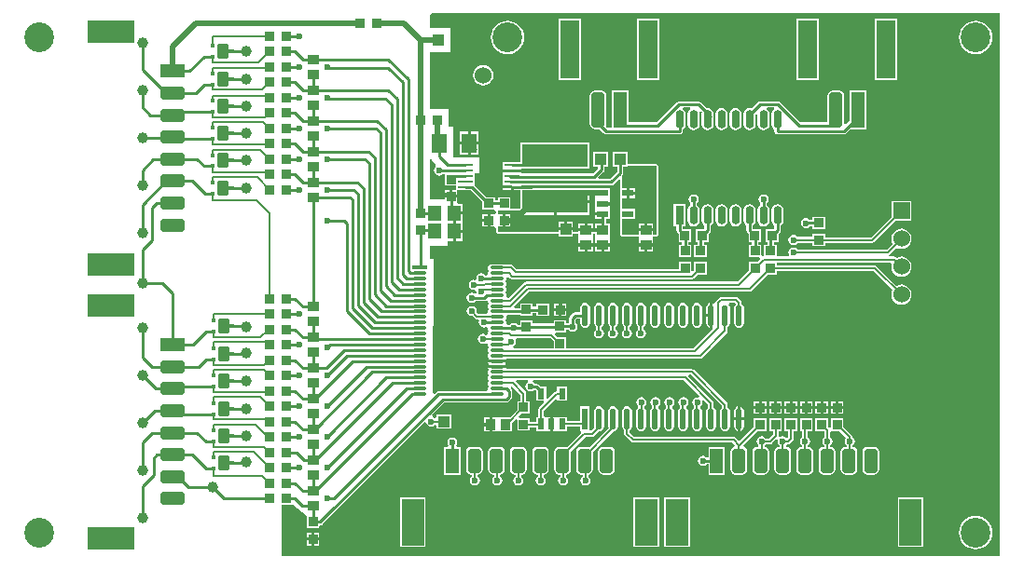
<source format=gtl>
G04 Layer_Physical_Order=1*
G04 Layer_Color=255*
%FSTAX24Y24*%
%MOIN*%
G70*
G01*
G75*
%ADD10R,0.0413X0.0236*%
%ADD11R,0.0551X0.0110*%
%ADD12R,0.0453X0.0551*%
G04:AMPARAMS|DCode=13|XSize=39.4mil|YSize=51.2mil|CornerRadius=3mil|HoleSize=0mil|Usage=FLASHONLY|Rotation=0.000|XOffset=0mil|YOffset=0mil|HoleType=Round|Shape=RoundedRectangle|*
%AMROUNDEDRECTD13*
21,1,0.0394,0.0453,0,0,0.0*
21,1,0.0335,0.0512,0,0,0.0*
1,1,0.0059,0.0167,-0.0226*
1,1,0.0059,-0.0167,-0.0226*
1,1,0.0059,-0.0167,0.0226*
1,1,0.0059,0.0167,0.0226*
%
%ADD13ROUNDEDRECTD13*%
%ADD14R,0.0177X0.0118*%
%ADD15R,0.0197X0.0122*%
%ADD16R,0.0335X0.0335*%
%ADD17R,0.0335X0.0335*%
%ADD18R,0.0394X0.0354*%
G04:AMPARAMS|DCode=19|XSize=47.2mil|YSize=86.6mil|CornerRadius=11.8mil|HoleSize=0mil|Usage=FLASHONLY|Rotation=270.000|XOffset=0mil|YOffset=0mil|HoleType=Round|Shape=RoundedRectangle|*
%AMROUNDEDRECTD19*
21,1,0.0472,0.0630,0,0,270.0*
21,1,0.0236,0.0866,0,0,270.0*
1,1,0.0236,-0.0315,-0.0118*
1,1,0.0236,-0.0315,0.0118*
1,1,0.0236,0.0315,0.0118*
1,1,0.0236,0.0315,-0.0118*
%
%ADD19ROUNDEDRECTD19*%
%ADD20R,0.1654X0.0787*%
%ADD21R,0.0866X0.0472*%
%ADD22O,0.0532X0.0118*%
%ADD23R,0.0532X0.0118*%
%ADD24R,0.0551X0.0709*%
%ADD25R,0.2362X0.0827*%
G04:AMPARAMS|DCode=26|XSize=47.2mil|YSize=86.6mil|CornerRadius=11.8mil|HoleSize=0mil|Usage=FLASHONLY|Rotation=0.000|XOffset=0mil|YOffset=0mil|HoleType=Round|Shape=RoundedRectangle|*
%AMROUNDEDRECTD26*
21,1,0.0472,0.0630,0,0,0.0*
21,1,0.0236,0.0866,0,0,0.0*
1,1,0.0236,0.0118,-0.0315*
1,1,0.0236,-0.0118,-0.0315*
1,1,0.0236,-0.0118,0.0315*
1,1,0.0236,0.0118,0.0315*
%
%ADD26ROUNDEDRECTD26*%
%ADD27R,0.0787X0.1654*%
%ADD28R,0.0472X0.0866*%
%ADD29R,0.0354X0.0394*%
%ADD30R,0.0236X0.0394*%
%ADD31O,0.0217X0.0768*%
%ADD32R,0.0217X0.0768*%
%ADD33R,0.0394X0.0394*%
%ADD34R,0.0669X0.2087*%
G04:AMPARAMS|DCode=35|XSize=47.2mil|YSize=126mil|CornerRadius=11.8mil|HoleSize=0mil|Usage=FLASHONLY|Rotation=180.000|XOffset=0mil|YOffset=0mil|HoleType=Round|Shape=RoundedRectangle|*
%AMROUNDEDRECTD35*
21,1,0.0472,0.1024,0,0,180.0*
21,1,0.0236,0.1260,0,0,180.0*
1,1,0.0236,-0.0118,0.0512*
1,1,0.0236,0.0118,0.0512*
1,1,0.0236,0.0118,-0.0512*
1,1,0.0236,-0.0118,-0.0512*
%
%ADD35ROUNDEDRECTD35*%
%ADD36R,0.0472X0.1260*%
%ADD37O,0.0299X0.0669*%
%ADD38R,0.0299X0.0669*%
%ADD39C,0.0200*%
%ADD40C,0.0080*%
%ADD41C,0.0100*%
%ADD42C,0.0600*%
%ADD43R,0.0600X0.0600*%
%ADD44C,0.1063*%
%ADD45C,0.0236*%
%ADD46C,0.0394*%
G36*
X034033Y038657D02*
X033925D01*
Y038773D01*
X033412D01*
Y038657D01*
X032819D01*
Y039205D01*
X033288D01*
Y039561D01*
X032819D01*
Y039953D01*
X032971D01*
Y040131D01*
Y040309D01*
X032819D01*
Y04076D01*
X032829Y040771D01*
X032829Y040771D01*
X032854Y040807D01*
X032862Y04085D01*
Y041093D01*
X033007D01*
Y0411D01*
X034033D01*
Y038657D01*
D02*
G37*
G36*
X046315Y046567D02*
X046315Y02713D01*
X020716Y02713D01*
X020656Y02713D01*
Y028978D01*
X021051D01*
X021541Y028589D01*
Y028135D01*
X021996D01*
Y028202D01*
X022024Y02825D01*
X022067Y028258D01*
X022103Y028283D01*
X025756Y031936D01*
X025821Y031916D01*
X025826Y03189D01*
X025865Y031832D01*
X025924Y031792D01*
X025994Y031778D01*
X026063Y031792D01*
X026122Y031832D01*
X026127Y031839D01*
X026187Y03182D01*
Y031703D01*
X026701D01*
Y032217D01*
X026187D01*
Y0321D01*
X026127Y032081D01*
X026122Y032088D01*
X026063Y032128D01*
X026038Y032133D01*
X026018Y032198D01*
X026465Y032645D01*
X028668D01*
X028668Y032645D01*
X028711Y032653D01*
X028748Y032678D01*
X028848Y032778D01*
X028848Y032778D01*
X028872Y032814D01*
X028881Y032857D01*
Y033057D01*
X028881Y033057D01*
X028872Y0331D01*
X028848Y033136D01*
X028848Y033136D01*
X028832Y033152D01*
X028853Y033215D01*
X028889Y03322D01*
X029192Y032918D01*
Y032692D01*
X029066D01*
Y032382D01*
X028801Y032117D01*
X028425D01*
X028422Y032117D01*
X028365D01*
X028362Y032117D01*
X028178D01*
Y03186D01*
Y031603D01*
X028362D01*
X028365Y031603D01*
X028422D01*
X028425Y031603D01*
X028897D01*
Y031924D01*
X029006Y032034D01*
X029066Y032009D01*
Y031628D01*
X029521D01*
Y031753D01*
X029742D01*
Y031612D01*
X030056D01*
X030098Y031612D01*
X030158Y031612D01*
X030244D01*
Y031869D01*
Y032126D01*
X030158D01*
X030116Y032126D01*
X030068Y032126D01*
X030008Y032155D01*
Y03233D01*
X030434Y032756D01*
X03049Y032733D01*
Y032694D01*
X030846D01*
Y033208D01*
X03049D01*
Y033053D01*
X030485D01*
X030446Y033046D01*
X030413Y033023D01*
X030153Y032764D01*
X030098Y032787D01*
Y033208D01*
X029904D01*
X029823Y033289D01*
X029787Y033314D01*
X029744Y033322D01*
X029744Y033322D01*
X029683D01*
X029672Y033338D01*
X029622Y033372D01*
X029625Y033411D01*
X029632Y033432D01*
X035028D01*
X035586Y032873D01*
X035554Y032821D01*
X0355Y032832D01*
X035431Y032818D01*
X035372Y032778D01*
X035332Y03272D01*
X035318Y03265D01*
X035332Y03258D01*
X035371Y032522D01*
X035372Y032521D01*
X035372Y032457D01*
X035335Y032401D01*
X035322Y032335D01*
Y031784D01*
X035335Y031718D01*
X035372Y031663D01*
X035428Y031626D01*
X035494Y031612D01*
X035559Y031626D01*
X035615Y031663D01*
X035652Y031718D01*
X035665Y031784D01*
Y032335D01*
X035652Y032401D01*
X035615Y032457D01*
X035626Y03252D01*
X035628Y032522D01*
X035668Y03258D01*
X035682Y03265D01*
X035671Y032704D01*
X035723Y032736D01*
X035892Y032568D01*
Y032469D01*
X035872Y032457D01*
X035835Y032401D01*
X035822Y032335D01*
Y031784D01*
X035835Y031718D01*
X035872Y031663D01*
X035928Y031626D01*
X035994Y031612D01*
X036059Y031626D01*
X036115Y031663D01*
X036152Y031718D01*
X036165Y031784D01*
Y032335D01*
X036152Y032401D01*
X036115Y032457D01*
X036096Y032469D01*
Y03261D01*
X036088Y032649D01*
X036066Y032682D01*
X035179Y033569D01*
X035204Y033629D01*
X035281D01*
X036385Y032525D01*
X036381Y032462D01*
X036372Y032457D01*
X036335Y032401D01*
X036322Y032335D01*
Y031784D01*
X036335Y031718D01*
X036372Y031663D01*
X036428Y031626D01*
X036494Y031612D01*
X036559Y031626D01*
X036615Y031663D01*
X036652Y031718D01*
X036665Y031784D01*
Y032335D01*
X036652Y032401D01*
X036615Y032457D01*
X036596Y032469D01*
Y03256D01*
X036588Y032599D01*
X036566Y032632D01*
X035395Y033803D01*
X035362Y033825D01*
X035323Y033832D01*
X028705D01*
X028689Y033851D01*
X028676Y033877D01*
X028346D01*
X02803D01*
X028054Y033841D01*
Y033816D01*
X028028Y033777D01*
X028018Y03373D01*
X028028Y033684D01*
X028054Y033645D01*
Y033619D01*
X028028Y03358D01*
X028018Y033534D01*
X028028Y033487D01*
X028054Y033448D01*
Y033423D01*
X028028Y033383D01*
X028018Y033337D01*
X028028Y03329D01*
X028054Y033251D01*
Y033226D01*
X028028Y033186D01*
X028018Y03314D01*
X028023Y033115D01*
X027987Y033055D01*
X026255D01*
X026212Y033047D01*
X026175Y033022D01*
X026175Y033022D01*
X026111Y032958D01*
X026055Y032981D01*
Y035353D01*
X026085Y035425D01*
X026095Y035502D01*
X026085Y035579D01*
X026076Y035601D01*
X026085Y035622D01*
X026095Y035699D01*
X026085Y035776D01*
X026076Y035797D01*
X026085Y035819D01*
X026095Y035896D01*
X026085Y035973D01*
X026076Y035994D01*
X026085Y036016D01*
X026095Y036093D01*
X026085Y03617D01*
X026076Y036191D01*
X026085Y036212D01*
X026095Y03629D01*
X026085Y036367D01*
X026076Y036388D01*
X026085Y036409D01*
X026095Y036486D01*
X026085Y036563D01*
X026076Y036585D01*
X026085Y036606D01*
X026095Y036683D01*
X026085Y03676D01*
X026076Y036782D01*
X026085Y036803D01*
X026095Y03688D01*
X026085Y036957D01*
X026076Y036978D01*
X026085Y037D01*
X026095Y037077D01*
X02609Y037115D01*
X026093Y037175D01*
X026093Y037175D01*
X026093Y037175D01*
Y037254D01*
X026095Y037274D01*
X026093Y037293D01*
Y037766D01*
X025953D01*
Y03825D01*
X026591D01*
Y038426D01*
X026767D01*
Y038762D01*
X026817D01*
Y038812D01*
X027103D01*
Y039076D01*
Y039362D01*
X026817D01*
Y039462D01*
X027103D01*
Y039747D01*
X026971D01*
X026927Y039788D01*
Y039965D01*
X026473D01*
Y039923D01*
X025953D01*
Y041336D01*
X026014D01*
X026027Y041304D01*
X026073Y041244D01*
X026164Y041153D01*
X026156Y041076D01*
X02614Y041065D01*
X026101Y041006D01*
X026087Y040937D01*
X026101Y040867D01*
X02614Y040808D01*
X026199Y040769D01*
X026268Y040755D01*
X026338Y040769D01*
X026397Y040808D01*
X026408Y040825D01*
X026473D01*
Y040398D01*
X026872D01*
Y040242D01*
X02675D01*
Y040065D01*
X026927D01*
Y040231D01*
X02742D01*
X027823Y039829D01*
Y039538D01*
X028256D01*
X028291Y039517D01*
X028308Y03949D01*
Y03943D01*
X028291Y039404D01*
X028248Y039382D01*
X0281D01*
Y039155D01*
Y038928D01*
X028248D01*
X028291Y038906D01*
X028308Y03888D01*
Y038757D01*
X028327Y038711D01*
X028373Y038692D01*
X030543Y038692D01*
Y038593D01*
X031057D01*
Y038692D01*
X031262D01*
Y038588D01*
X031262Y038585D01*
Y038528D01*
X031262Y038525D01*
Y038341D01*
X031775D01*
Y038525D01*
X031775Y038528D01*
Y038585D01*
X031775Y038588D01*
Y038692D01*
X031862D01*
Y038588D01*
X031862Y038585D01*
Y038528D01*
X031862Y038525D01*
Y038341D01*
X032375D01*
Y038525D01*
X032375Y038528D01*
Y038585D01*
X032375Y038588D01*
Y03906D01*
X032243D01*
Y039205D01*
X032382D01*
Y039561D01*
X032382D01*
Y039579D01*
X032382D01*
Y039707D01*
X032116D01*
Y039807D01*
X032382D01*
Y039935D01*
X032382D01*
Y039953D01*
X032382D01*
Y040309D01*
X031849D01*
Y040294D01*
X03166D01*
Y040303D01*
X029228D01*
Y040418D01*
X03243D01*
X03243Y040418D01*
X032473Y040426D01*
X032509Y040451D01*
X032698Y04064D01*
X032754Y040617D01*
Y040309D01*
X032755Y040307D01*
Y039955D01*
X032754Y039953D01*
Y039561D01*
X032755Y039559D01*
Y039207D01*
X032754Y039205D01*
Y038657D01*
X032773Y038611D01*
X032819Y038592D01*
X033353D01*
X033412Y038585D01*
Y038528D01*
X033412Y038525D01*
Y038341D01*
X033925D01*
Y038525D01*
X033925Y038528D01*
Y038585D01*
X033984Y038592D01*
X034033D01*
X034079Y038611D01*
X034098Y038657D01*
Y0411D01*
X034079Y041146D01*
X034033Y041165D01*
X033007D01*
Y041607D01*
X032493D01*
Y041093D01*
X032638D01*
Y040896D01*
X032384Y040642D01*
X031986D01*
X031961Y040702D01*
X032146Y040888D01*
X032146Y040888D01*
X03217Y040924D01*
X032179Y040967D01*
Y041093D01*
X032307D01*
Y041607D01*
X031793D01*
Y041093D01*
X031955D01*
Y041013D01*
X03178Y040839D01*
X029228D01*
Y040887D01*
X028893D01*
X028557D01*
Y040625D01*
Y040396D01*
X028893D01*
Y040346D01*
X028943D01*
Y040231D01*
X029177D01*
Y039596D01*
X029153Y039572D01*
X028827D01*
Y039992D01*
X028373D01*
Y039877D01*
X028277D01*
Y039992D01*
X027976D01*
X027543Y040426D01*
Y040842D01*
X027719D01*
Y041425D01*
X026789D01*
Y042517D01*
X026627D01*
Y04316D01*
X025953D01*
Y045167D01*
X026683D01*
Y046033D01*
X025953D01*
Y046507D01*
X026012Y046567D01*
X046315Y046567D01*
D02*
G37*
G36*
X031849Y040207D02*
Y040181D01*
X032116D01*
Y040081D01*
X031849D01*
Y039953D01*
X031849D01*
Y039935D01*
X031849D01*
Y039579D01*
X031849D01*
Y039561D01*
X031849D01*
Y039433D01*
X032116D01*
Y039383D01*
X032166D01*
Y039205D01*
X032178D01*
Y03906D01*
X032169D01*
Y038823D01*
X032118D01*
Y038773D01*
X031862D01*
Y038757D01*
X031775D01*
Y038773D01*
X031262D01*
Y038757D01*
X031057D01*
Y0388D01*
X0308D01*
X030543D01*
Y038757D01*
X028373Y038757D01*
Y038898D01*
X028373Y038928D01*
X028403Y038928D01*
X02855D01*
Y039155D01*
Y039382D01*
X028373D01*
X028373Y039412D01*
Y039507D01*
X028853Y039507D01*
X029176D01*
X029177Y039477D01*
Y039357D01*
X030368D01*
Y03983D01*
X030419D01*
Y03988D01*
X03166D01*
Y040207D01*
X031849D01*
D02*
G37*
G36*
X029462Y033411D02*
X029465Y033372D01*
X029415Y033338D01*
X029376Y03328D01*
X029362Y03321D01*
X029376Y03314D01*
X029415Y033082D01*
X029474Y033042D01*
X029544Y033028D01*
X029613Y033042D01*
X029672Y033082D01*
X029732Y033063D01*
X029742Y033054D01*
Y032694D01*
X030006D01*
X030029Y032639D01*
X029834Y032444D01*
X029812Y032411D01*
X029804Y032372D01*
Y032126D01*
X029742D01*
Y031957D01*
X029521D01*
Y032082D01*
X02914D01*
X029115Y032142D01*
X029211Y032238D01*
X029521D01*
Y032692D01*
X029396D01*
Y03296D01*
X029388Y032999D01*
X029366Y033032D01*
X029026Y033372D01*
X029051Y033432D01*
X029455D01*
X029462Y033411D01*
D02*
G37*
%LPC*%
G36*
X033288Y040081D02*
X033071D01*
Y039953D01*
X033288D01*
Y040081D01*
D02*
G37*
G36*
Y040309D02*
X033071D01*
Y040181D01*
X033288D01*
Y040309D01*
D02*
G37*
G36*
X033619Y03906D02*
X033412D01*
Y038873D01*
X033619D01*
Y03906D01*
D02*
G37*
G36*
X033925D02*
X033719D01*
Y038873D01*
X033925D01*
Y03906D01*
D02*
G37*
G36*
X03935Y032405D02*
X039173D01*
Y032228D01*
X03935D01*
Y032405D01*
D02*
G37*
G36*
X036944Y032497D02*
X036928Y032494D01*
X036872Y032457D01*
X036835Y032401D01*
X036822Y032335D01*
Y03211D01*
X036944D01*
Y032497D01*
D02*
G37*
G36*
X040177Y032405D02*
X04D01*
Y032228D01*
X040177D01*
Y032405D01*
D02*
G37*
G36*
X0399D02*
X039723D01*
Y032228D01*
X0399D01*
Y032405D01*
D02*
G37*
G36*
X039627D02*
X03945D01*
Y032228D01*
X039627D01*
Y032405D01*
D02*
G37*
G36*
X039077D02*
X0389D01*
Y032228D01*
X039077D01*
Y032405D01*
D02*
G37*
G36*
X03825D02*
X038073D01*
Y032228D01*
X03825D01*
Y032405D01*
D02*
G37*
G36*
X037977D02*
X0378D01*
Y032228D01*
X037977D01*
Y032405D01*
D02*
G37*
G36*
X0377D02*
X037523D01*
Y032228D01*
X0377D01*
Y032405D01*
D02*
G37*
G36*
X0388D02*
X038623D01*
Y032228D01*
X0388D01*
Y032405D01*
D02*
G37*
G36*
X037044Y032497D02*
Y03211D01*
X037165D01*
Y032335D01*
X037152Y032401D01*
X037115Y032457D01*
X037059Y032494D01*
X037044Y032497D01*
D02*
G37*
G36*
X038527Y032405D02*
X03835D01*
Y032228D01*
X038527D01*
Y032405D01*
D02*
G37*
G36*
X04045D02*
X040273D01*
Y032228D01*
X04045D01*
Y032405D01*
D02*
G37*
G36*
X038527Y032682D02*
X03835D01*
Y032505D01*
X038527D01*
Y032682D01*
D02*
G37*
G36*
X039627D02*
X03945D01*
Y032505D01*
X039627D01*
Y032682D01*
D02*
G37*
G36*
X040727D02*
X04055D01*
Y032505D01*
X040727D01*
Y032682D01*
D02*
G37*
G36*
X039077D02*
X0389D01*
Y032505D01*
X039077D01*
Y032682D01*
D02*
G37*
G36*
X031994Y036208D02*
X031928Y036194D01*
X031872Y036157D01*
X031835Y036102D01*
X031822Y036036D01*
Y035485D01*
X031835Y035419D01*
X031872Y035363D01*
X031892Y035351D01*
Y035256D01*
X031865Y035238D01*
X031826Y03518D01*
X031812Y03511D01*
X031826Y035041D01*
X031865Y034982D01*
X031924Y034942D01*
X031994Y034928D01*
X032063Y034942D01*
X032122Y034982D01*
X032161Y035041D01*
X032175Y03511D01*
X032161Y03518D01*
X032122Y035238D01*
X032096Y035256D01*
Y035351D01*
X032115Y035363D01*
X032152Y035419D01*
X032165Y035485D01*
Y036036D01*
X032152Y036102D01*
X032115Y036157D01*
X032059Y036194D01*
X031994Y036208D01*
D02*
G37*
G36*
X032494D02*
X032428Y036194D01*
X032372Y036157D01*
X032335Y036102D01*
X032322Y036036D01*
Y035485D01*
X032335Y035419D01*
X032372Y035363D01*
X032392Y035351D01*
Y035256D01*
X032365Y035238D01*
X032326Y03518D01*
X032312Y03511D01*
X032326Y035041D01*
X032365Y034982D01*
X032424Y034942D01*
X032494Y034928D01*
X032563Y034942D01*
X032622Y034982D01*
X032661Y035041D01*
X032675Y03511D01*
X032661Y03518D01*
X032622Y035238D01*
X032596Y035256D01*
Y035351D01*
X032615Y035363D01*
X032652Y035419D01*
X032665Y035485D01*
Y036036D01*
X032652Y036102D01*
X032615Y036157D01*
X032559Y036194D01*
X032494Y036208D01*
D02*
G37*
G36*
X037977Y032682D02*
X0378D01*
Y032505D01*
X037977D01*
Y032682D01*
D02*
G37*
G36*
X028663Y034074D02*
X028346D01*
X02803D01*
X028054Y034038D01*
Y034013D01*
X02803Y033977D01*
X028346D01*
X028663D01*
X028639Y034013D01*
Y034038D01*
X028663Y034074D01*
D02*
G37*
G36*
X03825Y032682D02*
X038073D01*
Y032505D01*
X03825D01*
Y032682D01*
D02*
G37*
G36*
X03935D02*
X039173D01*
Y032505D01*
X03935D01*
Y032682D01*
D02*
G37*
G36*
X040727Y032405D02*
X04055D01*
Y032228D01*
X040727D01*
Y032405D01*
D02*
G37*
G36*
X0388Y032682D02*
X038623D01*
Y032505D01*
X0388D01*
Y032682D01*
D02*
G37*
G36*
X040177D02*
X04D01*
Y032505D01*
X040177D01*
Y032682D01*
D02*
G37*
G36*
X04045D02*
X040273D01*
Y032505D01*
X04045D01*
Y032682D01*
D02*
G37*
G36*
X0377D02*
X037523D01*
Y032505D01*
X0377D01*
Y032682D01*
D02*
G37*
G36*
X0399D02*
X039723D01*
Y032505D01*
X0399D01*
Y032682D01*
D02*
G37*
G36*
X028441Y03105D02*
X028205D01*
X028135Y031036D01*
X028076Y030997D01*
X028037Y030938D01*
X028023Y030868D01*
Y030238D01*
X028037Y030169D01*
X028076Y03011D01*
X028135Y030071D01*
X028205Y030057D01*
X028248D01*
Y029996D01*
X028222Y029978D01*
X028182Y02992D01*
X028168Y02985D01*
X028182Y02978D01*
X028222Y029722D01*
X02828Y029682D01*
X02835Y029668D01*
X028419Y029682D01*
X028478Y029722D01*
X028518Y02978D01*
X028532Y02985D01*
X028518Y02992D01*
X028478Y029978D01*
X028452Y029996D01*
Y030059D01*
X02851Y030071D01*
X028569Y03011D01*
X028609Y030169D01*
X028623Y030238D01*
Y030868D01*
X028609Y030938D01*
X028569Y030997D01*
X02851Y031036D01*
X028441Y03105D01*
D02*
G37*
G36*
X027654D02*
X027417D01*
X027348Y031036D01*
X027289Y030997D01*
X02725Y030938D01*
X027236Y030868D01*
Y030238D01*
X02725Y030169D01*
X027289Y03011D01*
X027348Y030071D01*
X027417Y030057D01*
X027448D01*
Y029996D01*
X027422Y029978D01*
X027382Y02992D01*
X027368Y02985D01*
X027382Y02978D01*
X027422Y029722D01*
X02748Y029682D01*
X02755Y029668D01*
X02762Y029682D01*
X027678Y029722D01*
X027718Y02978D01*
X027732Y02985D01*
X027718Y02992D01*
X027678Y029978D01*
X027652Y029996D01*
Y030057D01*
X027654D01*
X027723Y030071D01*
X027782Y03011D01*
X027821Y030169D01*
X027835Y030238D01*
Y030868D01*
X027821Y030938D01*
X027782Y030997D01*
X027723Y031036D01*
X027654Y03105D01*
D02*
G37*
G36*
X021996Y027979D02*
X021818D01*
Y027802D01*
X021996D01*
Y027979D01*
D02*
G37*
G36*
X029228Y03105D02*
X028992D01*
X028923Y031036D01*
X028864Y030997D01*
X028824Y030938D01*
X028811Y030868D01*
Y030238D01*
X028824Y030169D01*
X028864Y03011D01*
X028923Y030071D01*
X028992Y030057D01*
X028998D01*
Y029996D01*
X028972Y029978D01*
X028932Y02992D01*
X028918Y02985D01*
X028932Y02978D01*
X028972Y029722D01*
X02903Y029682D01*
X0291Y029668D01*
X029169Y029682D01*
X029228Y029722D01*
X029268Y02978D01*
X029282Y02985D01*
X029268Y02992D01*
X029228Y029978D01*
X029202Y029996D01*
Y030057D01*
X029228D01*
X029298Y030071D01*
X029357Y03011D01*
X029396Y030169D01*
X02941Y030238D01*
Y030868D01*
X029396Y030938D01*
X029357Y030997D01*
X029298Y031036D01*
X029228Y03105D01*
D02*
G37*
G36*
X032994Y032507D02*
X032928Y032494D01*
X032872Y032457D01*
X032835Y032401D01*
X032822Y032335D01*
Y031784D01*
X032835Y031718D01*
X032872Y031663D01*
X032892Y03165D01*
Y03151D01*
X032899Y031471D01*
X032922Y031438D01*
X033132Y031228D01*
X033165Y031206D01*
X033204Y031198D01*
X036758D01*
X036848Y031107D01*
X036829Y031042D01*
X036797Y031036D01*
X036738Y030997D01*
X036698Y030938D01*
X036685Y030868D01*
Y030238D01*
X036698Y030169D01*
X036738Y03011D01*
X036797Y030071D01*
X036866Y030057D01*
X037102D01*
X037172Y030071D01*
X037231Y03011D01*
X03727Y030169D01*
X037284Y030238D01*
Y030868D01*
X03727Y030938D01*
X037231Y030997D01*
X037172Y031036D01*
X03717Y031036D01*
X037151Y031101D01*
X037667Y031618D01*
X037977D01*
Y032072D01*
X037523D01*
Y031762D01*
X037003Y031242D01*
X036872Y031372D01*
X036839Y031394D01*
X0368Y031402D01*
X033246D01*
X033096Y031552D01*
Y03165D01*
X033115Y031663D01*
X033152Y031718D01*
X033165Y031784D01*
Y032335D01*
X033152Y032401D01*
X033115Y032457D01*
X033059Y032494D01*
X032994Y032507D01*
D02*
G37*
G36*
X032378Y03105D02*
X032142D01*
X032072Y031036D01*
X032013Y030997D01*
X031974Y030938D01*
X03196Y030868D01*
Y030238D01*
X031974Y030169D01*
X032013Y03011D01*
X032072Y030071D01*
X032142Y030057D01*
X032378D01*
X032447Y030071D01*
X032506Y03011D01*
X032546Y030169D01*
X03256Y030238D01*
Y030868D01*
X032546Y030938D01*
X032506Y030997D01*
X032447Y031036D01*
X032378Y03105D01*
D02*
G37*
G36*
X030016D02*
X02978D01*
X02971Y031036D01*
X029651Y030997D01*
X029612Y030938D01*
X029598Y030868D01*
Y030238D01*
X029612Y030169D01*
X029651Y03011D01*
X02971Y030071D01*
X02978Y030057D01*
X029798D01*
Y029996D01*
X029772Y029978D01*
X029732Y02992D01*
X029718Y02985D01*
X029732Y02978D01*
X029772Y029722D01*
X029831Y029682D01*
X0299Y029668D01*
X029969Y029682D01*
X030028Y029722D01*
X030068Y02978D01*
X030082Y02985D01*
X030068Y02992D01*
X030028Y029978D01*
X030002Y029996D01*
Y030057D01*
X030016D01*
X030085Y030071D01*
X030144Y03011D01*
X030184Y030169D01*
X030197Y030238D01*
Y030868D01*
X030184Y030938D01*
X030144Y030997D01*
X030085Y031036D01*
X030016Y03105D01*
D02*
G37*
G36*
X021718Y027979D02*
X021541D01*
Y027802D01*
X021718D01*
Y027979D01*
D02*
G37*
G36*
X034131Y029243D02*
X033223D01*
Y02747D01*
X034131D01*
Y029243D01*
D02*
G37*
G36*
X025784D02*
X024877D01*
Y02747D01*
X025784D01*
Y029243D01*
D02*
G37*
G36*
X045449Y028579D02*
X045333Y028567D01*
X045221Y028533D01*
X045119Y028478D01*
X045029Y028405D01*
X044955Y028314D01*
X0449Y028212D01*
X044866Y0281D01*
X044854Y027984D01*
X044866Y027868D01*
X0449Y027757D01*
X044955Y027654D01*
X045029Y027564D01*
X045119Y02749D01*
X045221Y027435D01*
X045333Y027401D01*
X045449Y02739D01*
X045565Y027401D01*
X045676Y027435D01*
X045779Y02749D01*
X045869Y027564D01*
X045943Y027654D01*
X045998Y027757D01*
X046032Y027868D01*
X046043Y027984D01*
X046032Y0281D01*
X045998Y028212D01*
X045943Y028314D01*
X045869Y028405D01*
X045779Y028478D01*
X045676Y028533D01*
X045565Y028567D01*
X045449Y028579D01*
D02*
G37*
G36*
X035233Y029243D02*
X034326D01*
Y02747D01*
X035233D01*
Y029243D01*
D02*
G37*
G36*
X021996Y027702D02*
X021818D01*
Y027524D01*
X021996D01*
Y027702D01*
D02*
G37*
G36*
X021718D02*
X021541D01*
Y027524D01*
X021718D01*
Y027702D01*
D02*
G37*
G36*
X04358Y029243D02*
X042672D01*
Y02747D01*
X04358D01*
Y029243D01*
D02*
G37*
G36*
X039627Y032072D02*
X039173D01*
Y031618D01*
X039248D01*
Y031396D01*
X039222Y031378D01*
X039182Y031319D01*
X039168Y03125D01*
X039182Y031181D01*
X039222Y031122D01*
X039239Y03111D01*
X039236Y03105D01*
X039228D01*
X039159Y031036D01*
X0391Y030997D01*
X039061Y030938D01*
X039047Y030868D01*
Y030238D01*
X039061Y030169D01*
X0391Y03011D01*
X039159Y030071D01*
X039228Y030057D01*
X039465D01*
X039534Y030071D01*
X039593Y03011D01*
X039632Y030169D01*
X039646Y030238D01*
Y030868D01*
X039632Y030938D01*
X039593Y030997D01*
X039534Y031036D01*
X039465Y03105D01*
X039464D01*
X039461Y03111D01*
X039478Y031122D01*
X039518Y031181D01*
X039532Y03125D01*
X039518Y031319D01*
X039478Y031378D01*
X039452Y031396D01*
Y031618D01*
X039627D01*
Y032072D01*
D02*
G37*
G36*
X036944Y03201D02*
X036822D01*
Y031784D01*
X036835Y031718D01*
X036872Y031663D01*
X036928Y031626D01*
X036944Y031622D01*
Y03201D01*
D02*
G37*
G36*
X035006Y032838D02*
X034937Y032824D01*
X034878Y032785D01*
X034839Y032726D01*
X034825Y032656D01*
X034839Y032587D01*
X034878Y032528D01*
X034883Y032524D01*
Y032464D01*
X034872Y032457D01*
X034835Y032401D01*
X034822Y032335D01*
Y031784D01*
X034835Y031718D01*
X034872Y031663D01*
X034928Y031626D01*
X034994Y031612D01*
X035059Y031626D01*
X035115Y031663D01*
X035152Y031718D01*
X035165Y031784D01*
Y032335D01*
X035152Y032401D01*
X035115Y032457D01*
X035124Y03252D01*
X035135Y032528D01*
X035174Y032587D01*
X035188Y032656D01*
X035174Y032726D01*
X035135Y032785D01*
X035076Y032824D01*
X035006Y032838D01*
D02*
G37*
G36*
X034506D02*
X034437Y032824D01*
X034378Y032785D01*
X034339Y032726D01*
X034325Y032656D01*
X034339Y032587D01*
X034378Y032528D01*
X034383Y032524D01*
Y032464D01*
X034372Y032457D01*
X034335Y032401D01*
X034322Y032335D01*
Y031784D01*
X034335Y031718D01*
X034372Y031663D01*
X034428Y031626D01*
X034494Y031612D01*
X034559Y031626D01*
X034615Y031663D01*
X034652Y031718D01*
X034665Y031784D01*
Y032335D01*
X034652Y032401D01*
X034615Y032457D01*
X034624Y03252D01*
X034635Y032528D01*
X034674Y032587D01*
X034688Y032656D01*
X034674Y032726D01*
X034635Y032785D01*
X034576Y032824D01*
X034506Y032838D01*
D02*
G37*
G36*
X037165Y03201D02*
X037044D01*
Y031622D01*
X037059Y031626D01*
X037115Y031663D01*
X037152Y031718D01*
X037165Y031784D01*
Y03201D01*
D02*
G37*
G36*
X028078Y032117D02*
X027891D01*
Y03191D01*
X028078D01*
Y032117D01*
D02*
G37*
G36*
X040727Y032072D02*
X040273D01*
Y031755D01*
X04022Y031732D01*
X040177Y031769D01*
Y032072D01*
X039723D01*
Y031618D01*
X040033D01*
X040048Y031603D01*
Y031396D01*
X040022Y031378D01*
X039982Y031319D01*
X039968Y03125D01*
X039982Y031181D01*
X040022Y031122D01*
X040039Y03111D01*
X040036Y03105D01*
X040016D01*
X039946Y031036D01*
X039887Y030997D01*
X039848Y030938D01*
X039834Y030868D01*
Y030238D01*
X039848Y030169D01*
X039887Y03011D01*
X039946Y030071D01*
X040016Y030057D01*
X040252D01*
X040321Y030071D01*
X04038Y03011D01*
X04042Y030169D01*
X040434Y030238D01*
Y030868D01*
X04042Y030938D01*
X04038Y030997D01*
X040321Y031036D01*
X040258Y031049D01*
X040257Y031105D01*
X040257Y031108D01*
X040278Y031122D01*
X040318Y031181D01*
X040332Y03125D01*
X040318Y031319D01*
X040278Y031378D01*
X040252Y031396D01*
Y031566D01*
X040273Y031618D01*
X040312Y031618D01*
X040583D01*
X040822Y031379D01*
X040822Y031378D01*
X040782Y031319D01*
X040768Y03125D01*
X040782Y031181D01*
X040822Y031122D01*
X040839Y03111D01*
X040836Y03105D01*
X040803D01*
X040734Y031036D01*
X040675Y030997D01*
X040635Y030938D01*
X040622Y030868D01*
Y030238D01*
X040635Y030169D01*
X040675Y03011D01*
X040734Y030071D01*
X040803Y030057D01*
X041039D01*
X041109Y030071D01*
X041168Y03011D01*
X041207Y030169D01*
X041221Y030238D01*
Y030868D01*
X041207Y030938D01*
X041168Y030997D01*
X041109Y031036D01*
X041052Y031047D01*
Y031104D01*
X041078Y031122D01*
X041118Y031181D01*
X041132Y03125D01*
X041118Y031319D01*
X041078Y031378D01*
X041052Y031396D01*
X041044Y031434D01*
X041022Y031467D01*
X040727Y031762D01*
Y032072D01*
D02*
G37*
G36*
X031994Y032507D02*
X031928Y032494D01*
X031872Y032457D01*
X031835Y032401D01*
X031822Y032335D01*
Y031784D01*
X031831Y031741D01*
X031722Y031632D01*
X031662Y031657D01*
Y031672D01*
Y032503D01*
X031325D01*
Y031971D01*
X030846D01*
Y032126D01*
X030532D01*
X03049Y032126D01*
X03043Y032126D01*
X030344D01*
Y031869D01*
Y031612D01*
X03043D01*
X030472Y031612D01*
X030532Y031612D01*
X030846D01*
Y031767D01*
X031325D01*
Y031616D01*
X031337D01*
X031362Y031556D01*
X030847Y031041D01*
X030803Y03105D01*
X030567D01*
X030497Y031036D01*
X030439Y030997D01*
X030399Y030938D01*
X030385Y030868D01*
Y030238D01*
X030399Y030169D01*
X030439Y03011D01*
X030497Y030071D01*
X030567Y030057D01*
X030598D01*
Y029996D01*
X030572Y029978D01*
X030532Y02992D01*
X030518Y02985D01*
X030532Y02978D01*
X030572Y029722D01*
X030631Y029682D01*
X0307Y029668D01*
X03077Y029682D01*
X030828Y029722D01*
X030868Y02978D01*
X030882Y02985D01*
X030868Y02992D01*
X030828Y029978D01*
X030802Y029996D01*
Y030057D01*
X030803D01*
X030873Y030071D01*
X030932Y03011D01*
X030971Y030169D01*
X030985Y030238D01*
Y030868D01*
X030981Y030887D01*
X031502Y031408D01*
X031744D01*
X031783Y031416D01*
X031816Y031438D01*
X031991Y031613D01*
X031994Y031612D01*
X032059Y031626D01*
X032115Y031663D01*
X032152Y031718D01*
X032165Y031784D01*
Y032335D01*
X032152Y032401D01*
X032115Y032457D01*
X032059Y032494D01*
X031994Y032507D01*
D02*
G37*
G36*
X034006Y032838D02*
X033937Y032824D01*
X033878Y032785D01*
X033839Y032726D01*
X033825Y032656D01*
X033839Y032587D01*
X033878Y032528D01*
X033883Y032524D01*
Y032464D01*
X033872Y032457D01*
X033835Y032401D01*
X033822Y032335D01*
Y031784D01*
X033835Y031718D01*
X033872Y031663D01*
X033928Y031626D01*
X033994Y031612D01*
X034059Y031626D01*
X034115Y031663D01*
X034152Y031718D01*
X034165Y031784D01*
Y032335D01*
X034152Y032401D01*
X034115Y032457D01*
X034124Y03252D01*
X034135Y032528D01*
X034174Y032587D01*
X034188Y032656D01*
X034174Y032726D01*
X034135Y032785D01*
X034076Y032824D01*
X034006Y032838D01*
D02*
G37*
G36*
X036493Y031046D02*
X035901D01*
Y030665D01*
X03584D01*
X035829Y030682D01*
X03577Y030721D01*
X0357Y030735D01*
X035631Y030721D01*
X035572Y030682D01*
X035533Y030623D01*
X035519Y030553D01*
X035533Y030484D01*
X035572Y030425D01*
X035631Y030386D01*
X0357Y030372D01*
X03577Y030386D01*
X035829Y030425D01*
X03584Y030441D01*
X035901D01*
Y03006D01*
X036493D01*
Y031046D01*
D02*
G37*
G36*
X026748Y031387D02*
X026679Y031373D01*
X02662Y031334D01*
X02658Y031275D01*
X026566Y031206D01*
X02658Y031136D01*
X0266Y031106D01*
X026568Y031046D01*
X026452D01*
Y03006D01*
X027044D01*
Y031046D01*
X026928D01*
X026896Y031106D01*
X026916Y031136D01*
X02693Y031206D01*
X026916Y031275D01*
X026876Y031334D01*
X026818Y031373D01*
X026748Y031387D01*
D02*
G37*
G36*
X041827Y03105D02*
X041591D01*
X041521Y031036D01*
X041462Y030997D01*
X041423Y030938D01*
X041409Y030868D01*
Y030238D01*
X041423Y030169D01*
X041462Y03011D01*
X041521Y030071D01*
X041591Y030057D01*
X041827D01*
X041896Y030071D01*
X041955Y03011D01*
X041995Y030169D01*
X042008Y030238D01*
Y030868D01*
X041995Y030938D01*
X041955Y030997D01*
X041896Y031036D01*
X041827Y03105D01*
D02*
G37*
G36*
X032494Y032507D02*
X032428Y032494D01*
X032372Y032457D01*
X032335Y032401D01*
X032322Y032335D01*
Y031784D01*
X032333Y031728D01*
X031645Y031039D01*
X031591Y03105D01*
X031354D01*
X031285Y031036D01*
X031226Y030997D01*
X031187Y030938D01*
X031173Y030868D01*
Y030238D01*
X031187Y030169D01*
X031226Y03011D01*
X031285Y030071D01*
X031354Y030057D01*
X031398D01*
Y029996D01*
X031372Y029978D01*
X031332Y02992D01*
X031318Y02985D01*
X031332Y02978D01*
X031372Y029722D01*
X03143Y029682D01*
X0315Y029668D01*
X031569Y029682D01*
X031628Y029722D01*
X031668Y02978D01*
X031682Y02985D01*
X031668Y02992D01*
X031628Y029978D01*
X031602Y029996D01*
Y030059D01*
X03166Y030071D01*
X031719Y03011D01*
X031758Y030169D01*
X031772Y030238D01*
Y030868D01*
X031771Y030876D01*
X03251Y031616D01*
X032559Y031626D01*
X032615Y031663D01*
X032652Y031718D01*
X032665Y031784D01*
Y032335D01*
X032652Y032401D01*
X032615Y032457D01*
X032559Y032494D01*
X032494Y032507D01*
D02*
G37*
G36*
X0335Y032832D02*
X033431Y032818D01*
X033372Y032778D01*
X033332Y03272D01*
X033318Y03265D01*
X033332Y03258D01*
X03337Y032525D01*
X033372Y032519D01*
X033372Y032457D01*
X033335Y032401D01*
X033322Y032335D01*
Y031784D01*
X033335Y031718D01*
X033372Y031663D01*
X033428Y031626D01*
X033494Y031612D01*
X033559Y031626D01*
X033615Y031663D01*
X033652Y031718D01*
X033665Y031784D01*
Y032335D01*
X033652Y032401D01*
X033615Y032457D01*
X033623Y032518D01*
X033628Y032522D01*
X033668Y03258D01*
X033682Y03265D01*
X033668Y03272D01*
X033628Y032778D01*
X03357Y032818D01*
X0335Y032832D01*
D02*
G37*
G36*
X028078Y03181D02*
X027891D01*
Y031603D01*
X028078D01*
Y03181D01*
D02*
G37*
G36*
X039077Y032072D02*
X038623D01*
Y031618D01*
X038748D01*
Y031392D01*
X038744Y031388D01*
X038678Y031378D01*
X038619Y031418D01*
X03855Y031432D01*
X038481Y031418D01*
X038453Y031399D01*
X038399Y031436D01*
X038402Y03145D01*
Y031618D01*
X038527D01*
Y032072D01*
X038073D01*
Y031618D01*
X038198D01*
Y031492D01*
X038058Y031352D01*
X037946D01*
X037928Y031378D01*
X03787Y031418D01*
X0378Y031432D01*
X037731Y031418D01*
X037672Y031378D01*
X037632Y031319D01*
X037618Y03125D01*
X037632Y031181D01*
X037672Y031122D01*
X037689Y03111D01*
X037686Y03105D01*
X037654D01*
X037584Y031036D01*
X037525Y030997D01*
X037486Y030938D01*
X037472Y030868D01*
Y030238D01*
X037486Y030169D01*
X037525Y03011D01*
X037584Y030071D01*
X037654Y030057D01*
X03789D01*
X037959Y030071D01*
X038018Y03011D01*
X038058Y030169D01*
X038071Y030238D01*
Y030868D01*
X038058Y030938D01*
X038018Y030997D01*
X037959Y031036D01*
X037902Y031047D01*
X037902Y031104D01*
X037928Y031122D01*
X037946Y031148D01*
X0381D01*
X038139Y031156D01*
X038172Y031178D01*
X038323Y031329D01*
X038378Y031299D01*
X038368Y03125D01*
X038382Y031181D01*
X038422Y031122D01*
X03844Y031109D01*
X038441Y031067D01*
X038438Y031049D01*
X038371Y031036D01*
X038313Y030997D01*
X038273Y030938D01*
X038259Y030868D01*
Y030238D01*
X038273Y030169D01*
X038313Y03011D01*
X038371Y030071D01*
X038441Y030057D01*
X038677D01*
X038747Y030071D01*
X038806Y03011D01*
X038845Y030169D01*
X038859Y030238D01*
Y030868D01*
X038845Y030938D01*
X038806Y030997D01*
X038747Y031036D01*
X038679Y03105D01*
X038676Y03106D01*
X038668Y03111D01*
X038704Y031148D01*
X03875D01*
X038789Y031156D01*
X038822Y031178D01*
X038922Y031278D01*
X038944Y031311D01*
X038952Y03135D01*
Y031618D01*
X039077D01*
Y032072D01*
D02*
G37*
G36*
X028Y039382D02*
X027823D01*
Y039205D01*
X028D01*
Y039382D01*
D02*
G37*
G36*
X028843Y040296D02*
X028557D01*
Y040231D01*
X028843D01*
Y040296D01*
D02*
G37*
G36*
X02665Y040242D02*
X026473D01*
Y040065D01*
X02665D01*
Y040242D01*
D02*
G37*
G36*
X035374Y040092D02*
X035304Y040078D01*
X035245Y040038D01*
X035206Y03998D01*
X035192Y03991D01*
X035206Y039841D01*
X035245Y039782D01*
X035256Y039774D01*
Y039697D01*
X035217Y039671D01*
X035171Y039601D01*
X035155Y039519D01*
Y039149D01*
X035171Y039068D01*
X035217Y038998D01*
X035287Y038952D01*
X035368Y038936D01*
X03545Y038952D01*
X03552Y038998D01*
X035566Y039068D01*
X035582Y039149D01*
Y039519D01*
X035566Y039601D01*
X03552Y039671D01*
X035481Y039697D01*
Y039767D01*
X035502Y039782D01*
X035541Y039841D01*
X035555Y03991D01*
X035541Y03998D01*
X035502Y040038D01*
X035443Y040078D01*
X035374Y040092D01*
D02*
G37*
G36*
X028Y039105D02*
X027823D01*
Y038928D01*
X028D01*
Y039105D01*
D02*
G37*
G36*
X036369Y039733D02*
X036287Y039717D01*
X036217Y039671D01*
X036171Y039601D01*
X036155Y039519D01*
Y039149D01*
X036171Y039068D01*
X036217Y038998D01*
X036287Y038952D01*
X036369Y038936D01*
X03645Y038952D01*
X03652Y038998D01*
X036566Y039068D01*
X036582Y039149D01*
Y039519D01*
X036566Y039601D01*
X03652Y039671D01*
X03645Y039717D01*
X036369Y039733D01*
D02*
G37*
G36*
X040071Y039292D02*
X039616D01*
Y039177D01*
X03953D01*
X039522Y039188D01*
X039463Y039228D01*
X039394Y039242D01*
X039324Y039228D01*
X039265Y039188D01*
X039226Y03913D01*
X039212Y03906D01*
X039226Y03899D01*
X039265Y038932D01*
X039324Y038892D01*
X039394Y038878D01*
X039463Y038892D01*
X039522Y038932D01*
X039536Y038953D01*
X039616D01*
Y038838D01*
X040071D01*
Y039292D01*
D02*
G37*
G36*
X037874Y040092D02*
X037804Y040078D01*
X037745Y040038D01*
X037706Y03998D01*
X037692Y03991D01*
X037706Y039841D01*
X037745Y039782D01*
X037756Y039774D01*
Y039697D01*
X037717Y039671D01*
X037671Y039601D01*
X037655Y039519D01*
Y039149D01*
X037671Y039068D01*
X037717Y038998D01*
X037787Y038952D01*
X037868Y038936D01*
X03795Y038952D01*
X03802Y038998D01*
X038066Y039068D01*
X038082Y039149D01*
Y039519D01*
X038066Y039601D01*
X03802Y039671D01*
X037981Y039697D01*
Y039767D01*
X038002Y039782D01*
X038041Y039841D01*
X038055Y03991D01*
X038041Y03998D01*
X038002Y040038D01*
X037943Y040078D01*
X037874Y040092D01*
D02*
G37*
G36*
X036869Y039733D02*
X036787Y039717D01*
X036717Y039671D01*
X036671Y039601D01*
X036655Y039519D01*
Y039149D01*
X036671Y039068D01*
X036717Y038998D01*
X036787Y038952D01*
X036869Y038936D01*
X03695Y038952D01*
X03702Y038998D01*
X037066Y039068D01*
X037082Y039149D01*
Y039519D01*
X037066Y039601D01*
X03702Y039671D01*
X03695Y039717D01*
X036869Y039733D01*
D02*
G37*
G36*
X03166Y041957D02*
X029177D01*
Y041249D01*
X028557D01*
Y041019D01*
Y040987D01*
X028893D01*
X029228D01*
Y04101D01*
X03166D01*
Y041957D01*
D02*
G37*
G36*
X034149Y046371D02*
X033359D01*
Y044164D01*
X034149D01*
Y046371D01*
D02*
G37*
G36*
X031353D02*
X030564D01*
Y044164D01*
X031353D01*
Y046371D01*
D02*
G37*
G36*
X02785Y044713D02*
X027756Y044701D01*
X027668Y044664D01*
X027593Y044607D01*
X027536Y044532D01*
X027499Y044444D01*
X027487Y04435D01*
X027499Y044256D01*
X027536Y044168D01*
X027593Y044093D01*
X027668Y044036D01*
X027756Y043999D01*
X02785Y043987D01*
X027944Y043999D01*
X028032Y044036D01*
X028107Y044093D01*
X028164Y044168D01*
X028201Y044256D01*
X028213Y04435D01*
X028201Y044444D01*
X028164Y044532D01*
X028107Y044607D01*
X028032Y044664D01*
X027944Y044701D01*
X02785Y044713D01*
D02*
G37*
G36*
X039853Y046371D02*
X039064D01*
Y044164D01*
X039853D01*
Y046371D01*
D02*
G37*
G36*
X045449Y046295D02*
X045333Y046284D01*
X045221Y04625D01*
X045119Y046195D01*
X045029Y046121D01*
X044955Y046031D01*
X0449Y045928D01*
X044866Y045817D01*
X044854Y045701D01*
X044866Y045585D01*
X0449Y045473D01*
X044955Y045371D01*
X045029Y045281D01*
X045119Y045207D01*
X045221Y045152D01*
X045333Y045118D01*
X045449Y045106D01*
X045565Y045118D01*
X045676Y045152D01*
X045779Y045207D01*
X045869Y045281D01*
X045943Y045371D01*
X045998Y045473D01*
X046032Y045585D01*
X046043Y045701D01*
X046032Y045817D01*
X045998Y045928D01*
X045943Y046031D01*
X045869Y046121D01*
X045779Y046195D01*
X045676Y04625D01*
X045565Y046284D01*
X045449Y046295D01*
D02*
G37*
G36*
X028717D02*
X028601Y046284D01*
X028489Y04625D01*
X028386Y046195D01*
X028296Y046121D01*
X028222Y046031D01*
X028167Y045928D01*
X028134Y045817D01*
X028122Y045701D01*
X028134Y045585D01*
X028167Y045473D01*
X028222Y045371D01*
X028296Y045281D01*
X028386Y045207D01*
X028489Y045152D01*
X028601Y045118D01*
X028717Y045106D01*
X028832Y045118D01*
X028944Y045152D01*
X029047Y045207D01*
X029137Y045281D01*
X029211Y045371D01*
X029266Y045473D01*
X029299Y045585D01*
X029311Y045701D01*
X029299Y045817D01*
X029266Y045928D01*
X029211Y046031D01*
X029137Y046121D01*
X029047Y046195D01*
X028944Y04625D01*
X028832Y046284D01*
X028717Y046295D01*
D02*
G37*
G36*
X042649Y046371D02*
X041859D01*
Y044164D01*
X042649D01*
Y046371D01*
D02*
G37*
G36*
X040581Y043803D02*
X040344D01*
X040275Y04379D01*
X040216Y04375D01*
X040177Y043691D01*
X040163Y043622D01*
Y042672D01*
X039186D01*
X038469Y043389D01*
X038433Y043414D01*
X03839Y043422D01*
X03839Y043422D01*
X037744D01*
X037744Y043422D01*
X037701Y043414D01*
X037664Y043389D01*
X037664Y043389D01*
X037439Y043164D01*
X037369Y043178D01*
X037287Y043162D01*
X037217Y043115D01*
X037171Y043046D01*
X037155Y042964D01*
Y042594D01*
X037171Y042512D01*
X037217Y042443D01*
X037287Y042397D01*
X037369Y042381D01*
X03745Y042397D01*
X03752Y042443D01*
X037566Y042512D01*
X037582Y042594D01*
Y042953D01*
X037595Y042966D01*
X037632Y042954D01*
X037655Y042933D01*
Y042594D01*
X037671Y042512D01*
X037717Y042443D01*
X037787Y042397D01*
X037868Y042381D01*
X03795Y042397D01*
X03802Y042443D01*
X038066Y042512D01*
X038082Y042594D01*
Y042964D01*
X038066Y043046D01*
X03802Y043115D01*
X037986Y043138D01*
X038004Y043198D01*
X038233D01*
X038251Y043138D01*
X038217Y043115D01*
X038171Y043046D01*
X038155Y042964D01*
Y042594D01*
X038171Y042512D01*
X038217Y042443D01*
X038256Y042417D01*
Y04236D01*
X038265Y042317D01*
X038289Y042281D01*
X038326Y042256D01*
X038368Y042248D01*
X040744D01*
X040744Y042248D01*
X040787Y042256D01*
X040823Y042281D01*
X040962Y04242D01*
X041546D01*
Y0438D01*
X040954D01*
Y042729D01*
X040822Y042597D01*
X040762Y042622D01*
Y043622D01*
X040748Y043691D01*
X040709Y04375D01*
X04065Y04379D01*
X040581Y043803D01*
D02*
G37*
G36*
X02731Y042341D02*
X027024D01*
Y041977D01*
X02731D01*
Y042341D01*
D02*
G37*
G36*
X027695Y041877D02*
X02741D01*
Y041513D01*
X027695D01*
Y041877D01*
D02*
G37*
G36*
X02731D02*
X027024D01*
Y041513D01*
X02731D01*
Y041877D01*
D02*
G37*
G36*
X027695Y042341D02*
X02741D01*
Y041977D01*
X027695D01*
Y042341D01*
D02*
G37*
G36*
X036869Y043178D02*
X036787Y043162D01*
X036717Y043115D01*
X036671Y043046D01*
X036655Y042964D01*
Y042594D01*
X036671Y042512D01*
X036717Y042443D01*
X036787Y042397D01*
X036869Y042381D01*
X03695Y042397D01*
X03702Y042443D01*
X037066Y042512D01*
X037082Y042594D01*
Y042964D01*
X037066Y043046D01*
X03702Y043115D01*
X03695Y043162D01*
X036869Y043178D01*
D02*
G37*
G36*
X036369D02*
X036287Y043162D01*
X036217Y043115D01*
X036171Y043046D01*
X036155Y042964D01*
Y042594D01*
X036171Y042512D01*
X036217Y042443D01*
X036287Y042397D01*
X036369Y042381D01*
X03645Y042397D01*
X03652Y042443D01*
X036566Y042512D01*
X036582Y042594D01*
Y042964D01*
X036566Y043046D01*
X03652Y043115D01*
X03645Y043162D01*
X036369Y043178D01*
D02*
G37*
G36*
X032081Y043803D02*
X031844D01*
X031775Y04379D01*
X031716Y04375D01*
X031677Y043691D01*
X031663Y043622D01*
Y042598D01*
X031677Y042529D01*
X031716Y04247D01*
X031775Y04243D01*
X031844Y042417D01*
X032029D01*
X032164Y042281D01*
X032164Y042281D01*
X032201Y042256D01*
X032244Y042248D01*
X032244Y042248D01*
X034869D01*
X034911Y042256D01*
X034948Y042281D01*
X034972Y042317D01*
X034981Y04236D01*
Y042417D01*
X03502Y042443D01*
X035066Y042512D01*
X035082Y042594D01*
Y042964D01*
X035066Y043046D01*
X03502Y043115D01*
X034986Y043138D01*
X035004Y043198D01*
X035233D01*
X035251Y043138D01*
X035217Y043115D01*
X035171Y043046D01*
X035155Y042964D01*
Y042594D01*
X035171Y042512D01*
X035217Y042443D01*
X035287Y042397D01*
X035368Y042381D01*
X03545Y042397D01*
X03552Y042443D01*
X035566Y042512D01*
X035582Y042594D01*
Y042964D01*
X035566Y043044D01*
X035569Y043048D01*
X035616Y043079D01*
X035667Y043028D01*
X035655Y042964D01*
Y042594D01*
X035671Y042512D01*
X035717Y042443D01*
X035787Y042397D01*
X035868Y042381D01*
X03595Y042397D01*
X03602Y042443D01*
X036066Y042512D01*
X036082Y042594D01*
Y042964D01*
X036066Y043046D01*
X03602Y043115D01*
X03595Y043162D01*
X035868Y043178D01*
X03584Y043172D01*
X035623Y043389D01*
X035587Y043414D01*
X035544Y043422D01*
X035544Y043422D01*
X034847D01*
X034804Y043414D01*
X034768Y043389D01*
X034768Y043389D01*
X034051Y042672D01*
X033046D01*
Y0438D01*
X032454D01*
Y042472D01*
X03229D01*
X032243Y04252D01*
X032248Y042529D01*
X032262Y042598D01*
Y043622D01*
X032248Y043691D01*
X032209Y04375D01*
X03215Y04379D01*
X032081Y043803D01*
D02*
G37*
G36*
X030549Y036187D02*
X030371D01*
Y03601D01*
X030549D01*
Y036187D01*
D02*
G37*
G36*
X035944Y036198D02*
X035928Y036194D01*
X035872Y036157D01*
X035835Y036102D01*
X035822Y036036D01*
Y03581D01*
X035944D01*
Y036198D01*
D02*
G37*
G36*
X030826Y03591D02*
X030649D01*
Y035733D01*
X030826D01*
Y03591D01*
D02*
G37*
G36*
Y036187D02*
X030649D01*
Y03601D01*
X030826D01*
Y036187D01*
D02*
G37*
G36*
X038368Y039733D02*
X038287Y039717D01*
X038217Y039671D01*
X038171Y039601D01*
X038155Y039519D01*
Y039149D01*
X038171Y039068D01*
X038217Y038998D01*
X038256Y038972D01*
Y038848D01*
X038242Y038834D01*
X037946D01*
Y03838D01*
X038006D01*
Y038289D01*
X037891D01*
Y037903D01*
X037849Y037881D01*
X037796Y037916D01*
Y038289D01*
X037681D01*
Y03838D01*
X037791D01*
Y038834D01*
X037495D01*
X037481Y038848D01*
Y038972D01*
X03752Y038998D01*
X037566Y039068D01*
X037582Y039149D01*
Y039519D01*
X037566Y039601D01*
X03752Y039671D01*
X03745Y039717D01*
X037369Y039733D01*
X037287Y039717D01*
X037217Y039671D01*
X037171Y039601D01*
X037155Y039519D01*
Y039149D01*
X037171Y039068D01*
X037217Y038998D01*
X037256Y038972D01*
Y038802D01*
X037256Y038802D01*
X037265Y038759D01*
X037289Y038722D01*
X037336Y038676D01*
Y03838D01*
X037456D01*
Y038289D01*
X037341D01*
Y037835D01*
X037722D01*
X037747Y037775D01*
X037652Y037679D01*
X037341D01*
Y037369D01*
X036935Y036962D01*
X029394D01*
X029355Y036954D01*
X029322Y036932D01*
X02877Y036381D01*
X028698D01*
X028665Y03644D01*
X028675Y036486D01*
X028665Y036533D01*
X028639Y036572D01*
Y036597D01*
X028665Y036637D01*
X028675Y036683D01*
X028665Y03673D01*
X028639Y036769D01*
Y036794D01*
X028665Y036834D01*
X028675Y03688D01*
X028665Y036927D01*
X028639Y036966D01*
Y036991D01*
X028665Y03703D01*
X028675Y037077D01*
X028669Y037107D01*
X028707Y037153D01*
X028757Y037152D01*
X028825Y037085D01*
X028858Y037063D01*
X028897Y037055D01*
X035324D01*
X035363Y037063D01*
X035396Y037085D01*
X035535Y037224D01*
X035846D01*
Y037679D01*
X035391D01*
Y037369D01*
X035351Y037329D01*
X035296Y037352D01*
Y037679D01*
X034841D01*
Y037402D01*
X02905D01*
X02891Y037543D01*
X028877Y037565D01*
X028838Y037573D01*
X028615D01*
X0286Y037583D01*
X028553Y037592D01*
X02814D01*
X028093Y037583D01*
X028054Y037556D01*
X028028Y037517D01*
X028018Y037471D01*
X028028Y037424D01*
X028054Y037385D01*
Y03736D01*
X028028Y03732D01*
X028018Y037274D01*
X028023Y037252D01*
X027984Y037192D01*
X027923D01*
X027912Y037208D01*
X027853Y037248D01*
X027784Y037262D01*
X027714Y037248D01*
X027655Y037208D01*
X027616Y03715D01*
X027602Y03708D01*
X027603Y037075D01*
X027552Y037025D01*
X02752Y037032D01*
X02745Y037018D01*
X027392Y036978D01*
X027352Y03692D01*
X027338Y03685D01*
X027352Y036781D01*
X027392Y036722D01*
X02745Y036682D01*
X02752Y036668D01*
X027552Y036675D01*
X027603Y036625D01*
X027602Y03662D01*
X027613Y036564D01*
X027609Y036557D01*
X027548Y036535D01*
X027511Y03656D01*
X027442Y036573D01*
X027372Y03656D01*
X027313Y03652D01*
X027274Y036461D01*
X02726Y036392D01*
X027274Y036322D01*
X027313Y036263D01*
X027372Y036224D01*
X027442Y03621D01*
X027511Y036224D01*
X02757Y036263D01*
X027581Y03628D01*
X027878D01*
X027878Y03628D01*
X027921Y036288D01*
X027957Y036313D01*
X027963Y036318D01*
X028018Y03629D01*
X028028Y036243D01*
X028054Y036204D01*
Y036179D01*
X028028Y036139D01*
X028018Y036093D01*
X028028Y036046D01*
X028054Y036007D01*
Y035982D01*
X028028Y035942D01*
X028018Y035896D01*
X02802Y035887D01*
X027976Y035827D01*
X027671D01*
X027619Y035879D01*
X027625Y03591D01*
X027611Y035979D01*
X027572Y036038D01*
X027513Y036078D01*
X027444Y036092D01*
X027374Y036078D01*
X027315Y036038D01*
X027276Y035979D01*
X027262Y03591D01*
X027276Y03584D01*
X027315Y035782D01*
X027374Y035742D01*
X027444Y035728D01*
X027475Y035735D01*
X027557Y035653D01*
X02759Y035631D01*
X027629Y035623D01*
X027665D01*
X027698Y035563D01*
X027687Y035507D01*
X027701Y035437D01*
X02774Y035378D01*
X027799Y035339D01*
X027868Y035325D01*
X027938Y035339D01*
X027968Y035359D01*
X028022Y035323D01*
X028018Y035305D01*
X028028Y035259D01*
X028054Y035219D01*
Y035194D01*
X028028Y035155D01*
X028018Y035108D01*
X027969Y035057D01*
X02795Y035055D01*
X027908Y035082D01*
X027839Y035096D01*
X027769Y035082D01*
X027711Y035043D01*
X027671Y034984D01*
X027657Y034915D01*
X027671Y034845D01*
X027711Y034786D01*
X027769Y034747D01*
X027839Y034733D01*
X027908Y034747D01*
X027949Y034774D01*
X027973Y03477D01*
X028018Y034715D01*
X028028Y034668D01*
X028054Y034629D01*
Y034604D01*
X028028Y034564D01*
X028018Y034518D01*
X028028Y034471D01*
X028054Y034432D01*
Y034407D01*
X028028Y034367D01*
X028018Y034321D01*
X028028Y034275D01*
X028054Y034235D01*
Y03421D01*
X02803Y034174D01*
X028346D01*
X028676D01*
X028689Y0342D01*
X028705Y034219D01*
X035605D01*
X035644Y034227D01*
X035677Y034249D01*
X036566Y035138D01*
X036588Y035171D01*
X036596Y03521D01*
Y035351D01*
X036615Y035363D01*
X036652Y035419D01*
X036665Y035485D01*
Y036036D01*
X036652Y036102D01*
X036621Y036148D01*
X036632Y036184D01*
X036647Y036208D01*
X03684D01*
X036869Y036162D01*
X036872Y036156D01*
X036835Y036102D01*
X036822Y036036D01*
Y035485D01*
X036835Y035419D01*
X036872Y035363D01*
X036928Y035326D01*
X036994Y035313D01*
X037059Y035326D01*
X037115Y035363D01*
X037152Y035419D01*
X037165Y035485D01*
Y036036D01*
X037152Y036102D01*
X037115Y036157D01*
X037096Y03617D01*
Y03621D01*
X037088Y036249D01*
X037066Y036282D01*
X036966Y036382D01*
X036933Y036404D01*
X036894Y036412D01*
X036344D01*
X036305Y036404D01*
X036272Y036382D01*
X036172Y036282D01*
X036149Y036249D01*
X036142Y03621D01*
X036082Y03618D01*
X036059Y036194D01*
X036044Y036198D01*
Y03576D01*
Y035282D01*
X036053Y035264D01*
X035379Y03459D01*
X030821D01*
Y034982D01*
X030511D01*
X030415Y035078D01*
X03044Y035138D01*
X030821D01*
Y035253D01*
X030901D01*
X030915Y035232D01*
X030974Y035192D01*
X031044Y035178D01*
X031113Y035192D01*
X031172Y035232D01*
X031211Y035291D01*
X031225Y03536D01*
X031211Y035429D01*
X031172Y035488D01*
X031151Y035503D01*
Y035608D01*
X031191Y035648D01*
X031322D01*
Y035485D01*
X031335Y035419D01*
X031372Y035363D01*
X031428Y035326D01*
X031494Y035313D01*
X031559Y035326D01*
X031615Y035363D01*
X031652Y035419D01*
X031665Y035485D01*
Y036036D01*
X031652Y036102D01*
X031615Y036157D01*
X031559Y036194D01*
X031494Y036208D01*
X031428Y036194D01*
X031372Y036157D01*
X031335Y036102D01*
X031322Y036036D01*
Y035873D01*
X031144D01*
X031144Y035873D01*
X031101Y035864D01*
X031065Y03584D01*
X031065Y03584D01*
X030959Y035734D01*
X030935Y035698D01*
X030926Y035655D01*
X030926Y035655D01*
Y035496D01*
X030915Y035488D01*
X030908Y035477D01*
X030821D01*
Y035592D01*
X030366D01*
Y035467D01*
X029621D01*
Y035582D01*
X029166D01*
Y035422D01*
X029083D01*
X029072Y035438D01*
X029013Y035478D01*
X028944Y035492D01*
X028874Y035478D01*
X028815Y035438D01*
X028801Y035417D01*
X028706D01*
X02867Y035477D01*
X028675Y035502D01*
X028665Y035549D01*
X028639Y035588D01*
Y035613D01*
X028665Y035653D01*
X028675Y035699D01*
X02867Y035724D01*
X028706Y035784D01*
X029166D01*
Y035738D01*
X029621D01*
Y035848D01*
X029761D01*
Y035733D01*
X030216D01*
Y036187D01*
X029761D01*
Y036072D01*
X029621D01*
Y036192D01*
X029166D01*
Y036008D01*
X028971D01*
X028946Y036068D01*
X029496Y036618D01*
X037387D01*
X037426Y036626D01*
X037459Y036648D01*
X038035Y037224D01*
X038346D01*
Y03735D01*
X041806D01*
X042482Y036674D01*
X042449Y036594D01*
X042437Y0365D01*
X042449Y036406D01*
X042486Y036318D01*
X042543Y036243D01*
X042618Y036186D01*
X042706Y036149D01*
X0428Y036137D01*
X042894Y036149D01*
X042982Y036186D01*
X043057Y036243D01*
X043114Y036318D01*
X043151Y036406D01*
X043163Y0365D01*
X043151Y036594D01*
X043114Y036682D01*
X043057Y036757D01*
X042982Y036814D01*
X042894Y036851D01*
X0428Y036863D01*
X042706Y036851D01*
X042626Y036818D01*
X04192Y037524D01*
X041887Y037546D01*
X041848Y037554D01*
X038346D01*
Y037658D01*
X042422D01*
X042455Y037608D01*
X042449Y037594D01*
X042437Y0375D01*
X042449Y037406D01*
X042486Y037318D01*
X042543Y037243D01*
X042618Y037186D01*
X042706Y037149D01*
X0428Y037137D01*
X042894Y037149D01*
X042982Y037186D01*
X043057Y037243D01*
X043114Y037318D01*
X043151Y037406D01*
X043163Y0375D01*
X043151Y037594D01*
X043114Y037682D01*
X043057Y037757D01*
X042982Y037814D01*
X042894Y037851D01*
X0428Y037863D01*
X042706Y037851D01*
X042626Y037818D01*
X042612Y037832D01*
X042579Y037854D01*
X04254Y037862D01*
X042368D01*
X042361Y037882D01*
X042358Y037922D01*
X042382Y037938D01*
X042626Y038182D01*
X042706Y038149D01*
X0428Y038137D01*
X042894Y038149D01*
X042982Y038186D01*
X043057Y038243D01*
X043114Y038318D01*
X043151Y038406D01*
X043163Y0385D01*
X043151Y038594D01*
X043114Y038682D01*
X043057Y038757D01*
X042982Y038814D01*
X042894Y038851D01*
X0428Y038863D01*
X042706Y038851D01*
X042618Y038814D01*
X042543Y038757D01*
X042486Y038682D01*
X042449Y038594D01*
X042437Y0385D01*
X042449Y038406D01*
X042482Y038326D01*
X042268Y038112D01*
X03909D01*
X039072Y038138D01*
X039013Y038178D01*
X038944Y038192D01*
X038874Y038178D01*
X038815Y038138D01*
X038776Y03808D01*
X038762Y03801D01*
X038776Y03794D01*
X038788Y037922D01*
X038756Y037862D01*
X038346D01*
Y038289D01*
X038231D01*
Y03838D01*
X038401D01*
Y038676D01*
X038448Y038722D01*
X038448Y038722D01*
X038472Y038759D01*
X038481Y038802D01*
X038481Y038802D01*
Y038972D01*
X03852Y038998D01*
X038566Y039068D01*
X038582Y039149D01*
Y039519D01*
X038566Y039601D01*
X03852Y039671D01*
X03845Y039717D01*
X038368Y039733D01*
D02*
G37*
G36*
X035868D02*
X035787Y039717D01*
X035717Y039671D01*
X035671Y039601D01*
X035655Y039519D01*
Y039149D01*
X035671Y039068D01*
X035717Y038998D01*
X035756Y038972D01*
Y038848D01*
X035742Y038834D01*
X035446D01*
Y03838D01*
X035506D01*
Y038289D01*
X035391D01*
Y037835D01*
X035846D01*
Y038289D01*
X035731D01*
Y03838D01*
X035901D01*
Y038676D01*
X035948Y038722D01*
X035948Y038722D01*
X035972Y038759D01*
X035981Y038802D01*
X035981Y038802D01*
Y038972D01*
X03602Y038998D01*
X036066Y039068D01*
X036082Y039149D01*
Y039519D01*
X036066Y039601D01*
X03602Y039671D01*
X03595Y039717D01*
X035868Y039733D01*
D02*
G37*
G36*
X035078Y039729D02*
X034659D01*
Y03894D01*
X034756D01*
Y038802D01*
X034756Y038802D01*
X034765Y038759D01*
X034789Y038722D01*
X034836Y038676D01*
Y03838D01*
X034956D01*
Y038289D01*
X034841D01*
Y037835D01*
X035296D01*
Y038289D01*
X035181D01*
Y03838D01*
X035291D01*
Y038834D01*
X034995D01*
X034981Y038848D01*
Y03894D01*
X035078D01*
Y039729D01*
D02*
G37*
G36*
X030549Y03591D02*
X030371D01*
Y035733D01*
X030549D01*
Y03591D01*
D02*
G37*
G36*
X033994Y036208D02*
X033928Y036194D01*
X033872Y036157D01*
X033835Y036102D01*
X033822Y036036D01*
Y035485D01*
X033835Y035419D01*
X033872Y035363D01*
X033928Y035326D01*
X033994Y035313D01*
X034059Y035326D01*
X034115Y035363D01*
X034152Y035419D01*
X034165Y035485D01*
Y036036D01*
X034152Y036102D01*
X034115Y036157D01*
X034059Y036194D01*
X033994Y036208D01*
D02*
G37*
G36*
X033494D02*
X033428Y036194D01*
X033372Y036157D01*
X033335Y036102D01*
X033322Y036036D01*
Y035485D01*
X033335Y035419D01*
X033372Y035363D01*
X033392Y035351D01*
Y035256D01*
X033365Y035238D01*
X033326Y03518D01*
X033312Y03511D01*
X033326Y035041D01*
X033365Y034982D01*
X033424Y034942D01*
X033494Y034928D01*
X033563Y034942D01*
X033622Y034982D01*
X033661Y035041D01*
X033675Y03511D01*
X033661Y03518D01*
X033622Y035238D01*
X033596Y035256D01*
Y035351D01*
X033615Y035363D01*
X033652Y035419D01*
X033665Y035485D01*
Y036036D01*
X033652Y036102D01*
X033615Y036157D01*
X033559Y036194D01*
X033494Y036208D01*
D02*
G37*
G36*
X032994D02*
X032928Y036194D01*
X032872Y036157D01*
X032835Y036102D01*
X032822Y036036D01*
Y035485D01*
X032835Y035419D01*
X032872Y035363D01*
X032892Y035351D01*
Y035256D01*
X032865Y035238D01*
X032826Y03518D01*
X032812Y03511D01*
X032826Y035041D01*
X032865Y034982D01*
X032924Y034942D01*
X032994Y034928D01*
X033063Y034942D01*
X033122Y034982D01*
X033161Y035041D01*
X033175Y03511D01*
X033161Y03518D01*
X033122Y035238D01*
X033096Y035256D01*
Y035351D01*
X033115Y035363D01*
X033152Y035419D01*
X033165Y035485D01*
Y036036D01*
X033152Y036102D01*
X033115Y036157D01*
X033059Y036194D01*
X032994Y036208D01*
D02*
G37*
G36*
X034494D02*
X034428Y036194D01*
X034372Y036157D01*
X034335Y036102D01*
X034322Y036036D01*
Y035485D01*
X034335Y035419D01*
X034372Y035363D01*
X034428Y035326D01*
X034494Y035313D01*
X034559Y035326D01*
X034615Y035363D01*
X034652Y035419D01*
X034665Y035485D01*
Y036036D01*
X034652Y036102D01*
X034615Y036157D01*
X034559Y036194D01*
X034494Y036208D01*
D02*
G37*
G36*
X035944Y03571D02*
X035822D01*
Y035485D01*
X035835Y035419D01*
X035872Y035363D01*
X035928Y035326D01*
X035944Y035323D01*
Y03571D01*
D02*
G37*
G36*
X035494Y036208D02*
X035428Y036194D01*
X035372Y036157D01*
X035335Y036102D01*
X035322Y036036D01*
Y035485D01*
X035335Y035419D01*
X035372Y035363D01*
X035428Y035326D01*
X035494Y035313D01*
X035559Y035326D01*
X035615Y035363D01*
X035652Y035419D01*
X035665Y035485D01*
Y036036D01*
X035652Y036102D01*
X035615Y036157D01*
X035559Y036194D01*
X035494Y036208D01*
D02*
G37*
G36*
X034994D02*
X034928Y036194D01*
X034872Y036157D01*
X034835Y036102D01*
X034822Y036036D01*
Y035485D01*
X034835Y035419D01*
X034872Y035363D01*
X034928Y035326D01*
X034994Y035313D01*
X035059Y035326D01*
X035115Y035363D01*
X035152Y035419D01*
X035165Y035485D01*
Y036036D01*
X035152Y036102D01*
X035115Y036157D01*
X035059Y036194D01*
X034994Y036208D01*
D02*
G37*
G36*
X04316Y03986D02*
X04244D01*
Y039284D01*
X041713Y038557D01*
X040071D01*
Y038682D01*
X039616D01*
Y038562D01*
X03909D01*
X039072Y038588D01*
X039013Y038628D01*
X038944Y038642D01*
X038874Y038628D01*
X038815Y038588D01*
X038776Y03853D01*
X038762Y03846D01*
X038776Y038391D01*
X038815Y038332D01*
X038874Y038292D01*
X038944Y038278D01*
X039013Y038292D01*
X039072Y038332D01*
X03909Y038358D01*
X039616D01*
Y038228D01*
X040071D01*
Y038353D01*
X041755D01*
X041794Y038361D01*
X041827Y038383D01*
X042584Y03914D01*
X04316D01*
Y03986D01*
D02*
G37*
G36*
X032069Y038241D02*
X031862D01*
Y038054D01*
X032069D01*
Y038241D01*
D02*
G37*
G36*
X031775D02*
X031569D01*
Y038054D01*
X031775D01*
Y038241D01*
D02*
G37*
G36*
X031469D02*
X031262D01*
Y038054D01*
X031469D01*
Y038241D01*
D02*
G37*
G36*
X032375D02*
X032169D01*
Y038054D01*
X032375D01*
Y038241D01*
D02*
G37*
G36*
X033925D02*
X033719D01*
Y038054D01*
X033925D01*
Y038241D01*
D02*
G37*
G36*
X027103Y038712D02*
X026867D01*
Y038426D01*
X027103D01*
Y038712D01*
D02*
G37*
G36*
X033619Y038241D02*
X033412D01*
Y038054D01*
X033619D01*
Y038241D01*
D02*
G37*
%LPD*%
G36*
X030366Y034838D02*
Y03459D01*
X028934D01*
X028931Y034596D01*
X028924Y03465D01*
X028972Y034682D01*
X029011Y034741D01*
X029025Y03481D01*
X029011Y03488D01*
X028999Y034898D01*
X029031Y034958D01*
X030246D01*
X030366Y034838D01*
D02*
G37*
%LPC*%
G36*
X03166Y03978D02*
X030468D01*
Y039357D01*
X03166D01*
Y03978D01*
D02*
G37*
G36*
X02865Y039382D02*
Y039205D01*
X028827D01*
Y039382D01*
X02865D01*
D02*
G37*
G36*
X032066Y039333D02*
X031849D01*
Y039205D01*
X032066D01*
Y039333D01*
D02*
G37*
G36*
X028827Y039105D02*
X02865D01*
Y038928D01*
X028827D01*
Y039105D01*
D02*
G37*
G36*
X032069Y03906D02*
X031862D01*
Y038873D01*
X032069D01*
Y03906D01*
D02*
G37*
G36*
X031775D02*
X031569D01*
Y038873D01*
X031775D01*
Y03906D01*
D02*
G37*
G36*
X031469D02*
X031262D01*
Y038873D01*
X031469D01*
Y03906D01*
D02*
G37*
G36*
X031057Y039107D02*
X03085D01*
Y0389D01*
X031057D01*
Y039107D01*
D02*
G37*
G36*
X03075D02*
X030543D01*
Y0389D01*
X03075D01*
Y039107D01*
D02*
G37*
%LPD*%
D10*
X032116Y040131D02*
D03*
Y039757D02*
D03*
Y039383D02*
D03*
X033021D02*
D03*
Y040131D02*
D03*
D11*
X027207Y041134D02*
D03*
Y040937D02*
D03*
Y04074D02*
D03*
Y040543D02*
D03*
Y040346D02*
D03*
X028893Y041134D02*
D03*
Y040937D02*
D03*
Y04074D02*
D03*
Y040543D02*
D03*
Y040346D02*
D03*
D12*
X026128Y039412D02*
D03*
X026817D02*
D03*
X026128Y038762D02*
D03*
X026817D02*
D03*
D13*
X018569Y030474D02*
D03*
Y03144D02*
D03*
Y032423D02*
D03*
Y033407D02*
D03*
Y035374D02*
D03*
Y03439D02*
D03*
X018543Y045207D02*
D03*
Y044219D02*
D03*
Y043232D02*
D03*
X018543Y042283D02*
D03*
Y041295D02*
D03*
Y040308D02*
D03*
D14*
X018214Y030277D02*
D03*
Y030671D02*
D03*
Y031243D02*
D03*
Y031637D02*
D03*
Y032227D02*
D03*
Y03262D02*
D03*
Y03321D02*
D03*
Y033604D02*
D03*
Y035177D02*
D03*
Y035571D02*
D03*
Y034193D02*
D03*
Y034587D02*
D03*
X018189Y045404D02*
D03*
Y04501D02*
D03*
Y044416D02*
D03*
Y044023D02*
D03*
Y043429D02*
D03*
Y043035D02*
D03*
X018189Y04248D02*
D03*
Y042086D02*
D03*
Y041492D02*
D03*
Y041099D02*
D03*
Y040505D02*
D03*
Y040111D02*
D03*
D15*
X018864Y030474D02*
D03*
Y03144D02*
D03*
Y032423D02*
D03*
Y033407D02*
D03*
Y035374D02*
D03*
Y03439D02*
D03*
X018839Y045207D02*
D03*
Y044219D02*
D03*
Y043232D02*
D03*
X018839Y042283D02*
D03*
Y041295D02*
D03*
Y040308D02*
D03*
D16*
X021769Y028362D02*
D03*
Y027752D02*
D03*
X0267Y040625D02*
D03*
Y040015D02*
D03*
X025619Y039412D02*
D03*
Y038802D02*
D03*
X02805Y039765D02*
D03*
Y039155D02*
D03*
X0286Y039765D02*
D03*
Y039155D02*
D03*
X03775Y031845D02*
D03*
Y032455D02*
D03*
X0383Y031845D02*
D03*
Y032455D02*
D03*
X03885Y031845D02*
D03*
Y032455D02*
D03*
X0394Y031845D02*
D03*
Y032455D02*
D03*
X03995D02*
D03*
Y031845D02*
D03*
X0405Y032455D02*
D03*
Y031845D02*
D03*
X029294Y031855D02*
D03*
Y032465D02*
D03*
X030594Y035365D02*
D03*
Y034755D02*
D03*
X029394Y035965D02*
D03*
Y035355D02*
D03*
X039844Y039065D02*
D03*
Y038455D02*
D03*
X035619Y037452D02*
D03*
Y038062D02*
D03*
X035069Y037452D02*
D03*
Y038062D02*
D03*
X037569D02*
D03*
Y037452D02*
D03*
X038119Y038062D02*
D03*
Y037452D02*
D03*
D17*
X020213Y029207D02*
D03*
X020824D02*
D03*
X020213Y029757D02*
D03*
X020824D02*
D03*
Y030307D02*
D03*
X020213D02*
D03*
Y030857D02*
D03*
X020824D02*
D03*
Y031407D02*
D03*
X020213D02*
D03*
Y031957D02*
D03*
X020824D02*
D03*
Y044657D02*
D03*
X020213D02*
D03*
X020824Y045757D02*
D03*
X020213D02*
D03*
X020824Y043557D02*
D03*
X020213D02*
D03*
X020824Y042457D02*
D03*
X020213D02*
D03*
X020824Y041357D02*
D03*
X020213D02*
D03*
X020824Y040257D02*
D03*
X020213D02*
D03*
Y040807D02*
D03*
X020824D02*
D03*
X020213Y041907D02*
D03*
X020824D02*
D03*
X020213Y043007D02*
D03*
X020824D02*
D03*
X020213Y044107D02*
D03*
X020824D02*
D03*
X020213Y045207D02*
D03*
X020824D02*
D03*
X020213Y036357D02*
D03*
X020824D02*
D03*
X020213Y035257D02*
D03*
X020824D02*
D03*
Y035807D02*
D03*
X020213D02*
D03*
X020824Y034707D02*
D03*
X020213D02*
D03*
Y034157D02*
D03*
X020824D02*
D03*
Y033607D02*
D03*
X020213D02*
D03*
Y033057D02*
D03*
X020824D02*
D03*
Y032507D02*
D03*
X020213D02*
D03*
X025613Y042757D02*
D03*
X026224D02*
D03*
X024049Y04621D02*
D03*
X023439D02*
D03*
X030599Y03596D02*
D03*
X029989D02*
D03*
X035063Y038607D02*
D03*
X035674D02*
D03*
X037563D02*
D03*
X038174D02*
D03*
D18*
X021769Y031141D02*
D03*
Y031673D02*
D03*
Y030041D02*
D03*
Y030573D02*
D03*
Y028941D02*
D03*
Y029473D02*
D03*
Y043291D02*
D03*
Y043823D02*
D03*
Y042191D02*
D03*
Y042723D02*
D03*
Y044391D02*
D03*
Y044923D02*
D03*
Y041091D02*
D03*
Y041623D02*
D03*
Y039991D02*
D03*
Y040523D02*
D03*
Y035541D02*
D03*
Y036073D02*
D03*
Y034441D02*
D03*
Y034973D02*
D03*
Y032241D02*
D03*
Y032773D02*
D03*
Y033341D02*
D03*
Y033873D02*
D03*
X031518Y038291D02*
D03*
Y038823D02*
D03*
X032118Y038291D02*
D03*
Y038823D02*
D03*
X033668Y038291D02*
D03*
Y038823D02*
D03*
D19*
X016732Y029195D02*
D03*
Y029982D02*
D03*
Y03077D02*
D03*
Y031557D02*
D03*
Y032345D02*
D03*
Y033132D02*
D03*
Y033919D02*
D03*
Y038986D02*
D03*
Y039774D02*
D03*
Y040561D02*
D03*
Y041349D02*
D03*
Y042136D02*
D03*
Y042923D02*
D03*
Y043711D02*
D03*
D20*
X014535Y027778D02*
D03*
Y036124D02*
D03*
Y037569D02*
D03*
Y045916D02*
D03*
D21*
X016732Y034707D02*
D03*
Y044498D02*
D03*
D22*
X028346Y032943D02*
D03*
Y03314D02*
D03*
Y033337D02*
D03*
Y033534D02*
D03*
Y03373D02*
D03*
Y033927D02*
D03*
Y034124D02*
D03*
Y034321D02*
D03*
Y034518D02*
D03*
Y034715D02*
D03*
Y034912D02*
D03*
Y035108D02*
D03*
Y035305D02*
D03*
Y035502D02*
D03*
Y035699D02*
D03*
Y035896D02*
D03*
Y036093D02*
D03*
Y03629D02*
D03*
Y036486D02*
D03*
Y036683D02*
D03*
Y03688D02*
D03*
Y037077D02*
D03*
Y037274D02*
D03*
Y037471D02*
D03*
X025591Y032943D02*
D03*
Y03314D02*
D03*
Y033337D02*
D03*
Y033534D02*
D03*
Y03373D02*
D03*
Y033927D02*
D03*
Y034124D02*
D03*
Y034321D02*
D03*
Y034518D02*
D03*
Y034715D02*
D03*
Y034912D02*
D03*
Y035108D02*
D03*
Y035305D02*
D03*
Y035502D02*
D03*
Y035699D02*
D03*
Y035896D02*
D03*
Y036093D02*
D03*
Y03629D02*
D03*
Y036486D02*
D03*
Y036683D02*
D03*
Y03688D02*
D03*
Y037077D02*
D03*
Y037274D02*
D03*
D23*
Y037471D02*
D03*
D24*
X026277Y041927D02*
D03*
X02736D02*
D03*
D25*
X030419Y041484D02*
D03*
Y03983D02*
D03*
D26*
X03226Y030553D02*
D03*
X031472D02*
D03*
X030685D02*
D03*
X029898D02*
D03*
X02911D02*
D03*
X028323D02*
D03*
X027535D02*
D03*
X041709D02*
D03*
X040921D02*
D03*
X040134D02*
D03*
X039346D02*
D03*
X038559D02*
D03*
X037772D02*
D03*
X036984D02*
D03*
D27*
X033677Y028356D02*
D03*
X025331D02*
D03*
X043126D02*
D03*
X03478D02*
D03*
D28*
X026748Y030553D02*
D03*
X036197D02*
D03*
D29*
X028128Y03186D02*
D03*
X028659D02*
D03*
D30*
X02992Y032951D02*
D03*
X030668D02*
D03*
Y031869D02*
D03*
X030294D02*
D03*
X02992D02*
D03*
D31*
X036994Y03576D02*
D03*
X036494D02*
D03*
X035994D02*
D03*
X035494D02*
D03*
X034994D02*
D03*
X034494D02*
D03*
X033994D02*
D03*
X033494D02*
D03*
X032994D02*
D03*
X032494D02*
D03*
X031994D02*
D03*
X031494D02*
D03*
X036994Y03206D02*
D03*
X036494D02*
D03*
X035994D02*
D03*
X035494D02*
D03*
X034994D02*
D03*
X034494D02*
D03*
X033994D02*
D03*
X033494D02*
D03*
X032994D02*
D03*
X032494D02*
D03*
X031994D02*
D03*
D32*
X031494D02*
D03*
D33*
X026444Y03196D02*
D03*
X03205Y04135D02*
D03*
X03275D02*
D03*
X0308Y03885D02*
D03*
X02625Y0456D02*
D03*
D34*
X030959Y045267D02*
D03*
X033754D02*
D03*
X039459D02*
D03*
X042254D02*
D03*
D35*
X031963Y04311D02*
D03*
X040463D02*
D03*
D36*
X03275D02*
D03*
X04125D02*
D03*
D37*
X038368Y042779D02*
D03*
X037868D02*
D03*
X037369D02*
D03*
X036869D02*
D03*
X036369D02*
D03*
X035868D02*
D03*
X035368D02*
D03*
X034869D02*
D03*
X038368Y039334D02*
D03*
X037868D02*
D03*
X037369D02*
D03*
X036869D02*
D03*
X036369D02*
D03*
X035868D02*
D03*
X035368D02*
D03*
D38*
X034869D02*
D03*
D39*
X025613Y042757D02*
Y045612D01*
X025015Y04621D02*
X025613Y045612D01*
X016732Y044498D02*
Y045371D01*
X026224Y04198D02*
Y042757D01*
X025613Y039417D02*
Y042757D01*
X030719Y040131D02*
X032116D01*
X028619Y039152D02*
X028963D01*
X029642Y03983D01*
X016732Y045371D02*
X017572Y04621D01*
X023463D01*
X024074D02*
X025015D01*
X025613Y045612D02*
X026238D01*
D40*
X0291Y02985D02*
Y030543D01*
X0335Y032066D02*
Y03265D01*
X036984Y030577D02*
Y031116D01*
X0368Y0313D02*
X036984Y031116D01*
X033204Y0313D02*
X0368D01*
X032994Y03151D02*
X033204Y0313D01*
X02835Y02985D02*
Y030526D01*
X02755Y02985D02*
Y030539D01*
X04095Y030582D02*
Y03125D01*
X04015Y030569D02*
Y03125D01*
X03935Y030557D02*
Y03125D01*
X03855Y030562D02*
Y03125D01*
X0378Y030582D02*
Y03125D01*
X03935D02*
Y031795D01*
X04015Y03125D02*
Y031645D01*
X04095Y03125D02*
Y031395D01*
X036984Y031079D02*
X03775Y031845D01*
X03885Y03135D02*
Y031845D01*
X03875Y03125D02*
X03885Y03135D01*
X03855Y03125D02*
X03875D01*
X0378D02*
X0381D01*
X0383Y03145D01*
Y031845D01*
X0315Y02985D02*
Y030526D01*
X031472Y030553D02*
X0315Y030526D01*
X0299Y02985D02*
Y030551D01*
X029898Y030553D02*
X0299Y030551D01*
X0307Y02985D02*
Y030538D01*
X030685Y030553D02*
X0307Y030538D01*
X032494Y031744D02*
Y03206D01*
X031472Y030722D02*
X032494Y031744D01*
X031472Y030553D02*
Y030722D01*
X03146Y03151D02*
X031744D01*
X03065Y0307D02*
X03146Y03151D01*
X034994Y03206D02*
Y032644D01*
X034494Y03206D02*
Y032644D01*
X033994Y03206D02*
Y032644D01*
X03995Y031845D02*
X04015Y031645D01*
X0405Y031845D02*
X04095Y031395D01*
X03507Y033534D02*
X035994Y03261D01*
Y03206D02*
Y03261D01*
X035494Y03206D02*
Y032644D01*
X041755Y038455D02*
X0428Y0395D01*
X041848Y037452D02*
X0428Y0365D01*
X04254Y03776D02*
X0428Y0375D01*
X04231Y03801D02*
X0428Y0385D01*
X028346Y033534D02*
X03507D01*
X02752Y03685D02*
X027876D01*
X018214Y030011D02*
X019959D01*
X020213Y029757D01*
X019648Y030873D02*
X020213Y030307D01*
X020019Y031051D02*
X020213Y030857D01*
X019723Y031853D02*
X020191Y031384D01*
X018189Y040505D02*
Y040702D01*
Y041492D02*
Y041689D01*
X019881D01*
X018189Y04248D02*
Y042677D01*
X019994D01*
X018189Y043429D02*
Y043626D01*
X020144D01*
X018189Y044416D02*
Y044613D01*
X020213D01*
X018189Y042837D02*
Y043035D01*
Y042837D02*
X020043D01*
X018189Y043828D02*
Y044023D01*
X018189Y041877D02*
Y042086D01*
Y041877D02*
X020213D01*
X018189Y040702D02*
X019769D01*
X018189Y040886D02*
Y041099D01*
Y040886D02*
X020134D01*
X018189Y039886D02*
Y040111D01*
Y039886D02*
X019739D01*
X018189Y044807D02*
Y04501D01*
Y045404D02*
Y045757D01*
X020213D01*
X018189Y043828D02*
X019934D01*
X018189Y044807D02*
X019813D01*
X019769Y040702D02*
X020213Y040257D01*
X020134Y040886D02*
X020213Y040807D01*
X019881Y041689D02*
X020213Y041357D01*
X019994Y042677D02*
X020213Y042457D01*
X020043Y042837D02*
X020213Y043007D01*
X020144Y043626D02*
X020213Y043557D01*
X019934Y043828D02*
X020213Y044107D01*
X019813Y044807D02*
X020213Y045207D01*
X018214Y034587D02*
Y034803D01*
X020118D01*
X018214Y034981D02*
Y035177D01*
Y034981D02*
X019893D01*
X018214Y033813D02*
X020013D01*
X018214Y033604D02*
Y033813D01*
Y033991D02*
X020003D01*
X018214D02*
Y034193D01*
Y033011D02*
X020213D01*
X018214D02*
Y033207D01*
Y032833D02*
X019888D01*
X018214Y03262D02*
Y032833D01*
Y031853D02*
X019723D01*
X018214Y031637D02*
Y031853D01*
Y030873D02*
X019648D01*
X018214Y030671D02*
Y030873D01*
Y032031D02*
X020213D01*
X018214D02*
Y032227D01*
Y031051D02*
X020019D01*
X018214D02*
Y031243D01*
Y035571D02*
Y035803D01*
X020213D01*
X018214Y030011D02*
Y030277D01*
X019739Y039886D02*
X020213Y039412D01*
Y036357D02*
Y039412D01*
X019893Y034981D02*
X020168Y035257D01*
X020213D01*
X020118Y034803D02*
X020213Y034707D01*
X020003Y033991D02*
X020191Y034179D01*
X020013Y033813D02*
X020216Y033609D01*
X019888Y032833D02*
X020213Y032507D01*
X035324Y037157D02*
X035619Y037452D01*
X027906Y03688D02*
X028346D01*
X027847Y036683D02*
X028346D01*
X027784Y03662D02*
X027847Y036683D01*
X036977Y03686D02*
X037569Y037452D01*
X028357Y036279D02*
X028812D01*
X029394Y03686D01*
X036977D01*
X028346Y036093D02*
X028826D01*
X029454Y03672D01*
X037387D01*
X038119Y037452D01*
X028897Y037157D02*
X035324D01*
X028346Y037274D02*
X02878D01*
X028897Y037157D01*
X034917Y0373D02*
X035069Y037452D01*
X029008Y0373D02*
X034917D01*
X028346Y037471D02*
X028838D01*
X029008Y0373D01*
X037569Y037452D02*
X037877Y03776D01*
X04254D01*
X038119Y037452D02*
X041848D01*
X038944Y03846D02*
X039839D01*
X027876Y03685D02*
X027906Y03688D01*
X038944Y03801D02*
X04231D01*
X039844Y038455D02*
X041755D01*
X028346Y035108D02*
X028795D01*
X028844Y03506D01*
X030289D01*
X030594Y034755D01*
X027842Y034912D02*
X028346D01*
Y034715D02*
X028748D01*
X028844Y03481D01*
X028346Y033337D02*
X028917D01*
X029294Y03296D01*
Y032465D02*
Y03296D01*
X028689Y03186D02*
X029294Y032465D01*
X028659Y03186D02*
X028689D01*
X029294Y031855D02*
X029906D01*
Y032372D01*
X030485Y032951D01*
X030668D01*
Y031869D02*
X031452D01*
X031494Y03191D01*
X028346Y03373D02*
X035323D01*
X036494Y03256D01*
Y03206D02*
Y03256D01*
X028346Y034321D02*
X035605D01*
X036494Y03521D01*
Y03576D01*
X028346Y034488D02*
Y034518D01*
X035421Y034488D02*
X036244Y03531D01*
Y03621D01*
X036344Y03631D01*
X036894D01*
X036994Y03621D01*
Y03576D02*
Y03621D01*
X028346Y034488D02*
X035421D01*
X031994Y03176D02*
Y03206D01*
X031744Y03151D02*
X031994Y03176D01*
X035494Y03181D02*
Y03206D01*
X032994Y03151D02*
Y03206D01*
X031994Y03511D02*
Y03576D01*
X032494Y03511D02*
Y03576D01*
X032994Y03511D02*
Y03576D01*
X033494Y03511D02*
Y03576D01*
X02832Y035725D02*
X028346Y035699D01*
X027629Y035725D02*
X02832D01*
X027444Y03591D02*
X027629Y035725D01*
X025994Y03196D02*
X026444D01*
D41*
X027694Y03186D02*
X028128D01*
X040481Y042591D02*
Y042897D01*
X04045Y04256D02*
X040481Y042591D01*
X03914Y04256D02*
X04045D01*
X03839Y04331D02*
X03914Y04256D01*
X032768D02*
X034097D01*
X032768D02*
Y042935D01*
X034097Y04256D02*
X034847Y04331D01*
X040744Y04236D02*
X041269Y042885D01*
X038368Y04236D02*
X040744D01*
X038368D02*
Y042579D01*
X034869Y04236D02*
Y042579D01*
X032244Y04236D02*
X034869D01*
X031981Y042623D02*
X032244Y04236D01*
X028893Y040353D02*
X029593D01*
X028893Y040346D02*
Y040353D01*
X026734Y039407D02*
X02682Y039321D01*
Y03828D02*
Y039321D01*
X028022Y039788D02*
X028072D01*
X02805Y039765D02*
X0286D01*
X027464Y040346D02*
X028022Y039788D01*
X027207Y040346D02*
X027464D01*
X028893Y041134D02*
X030069D01*
X02632Y0401D02*
X026615D01*
X0267Y040015D01*
X026592Y041134D02*
X027207D01*
X026269Y040937D02*
X027207D01*
X026815Y04074D02*
X027207D01*
X021834Y029473D02*
X025305Y032943D01*
X021769Y029473D02*
X021834D01*
X022269Y030307D02*
X025102Y03314D01*
X021834Y030573D02*
X024598Y033337D01*
X021769Y030573D02*
X021834D01*
X022269Y031407D02*
X024395Y033534D01*
X021834Y031673D02*
X023892Y03373D01*
X022269Y032507D02*
X023689Y033927D01*
X021769Y032773D02*
X021834D01*
X023186Y034124D01*
X022269Y033607D02*
X022983Y034321D01*
X023168Y036007D02*
Y039907D01*
X023084Y039991D02*
X023168Y039907D01*
X021769Y039991D02*
X023084D01*
X021769Y036073D02*
Y039991D01*
X023368Y036107D02*
Y040107D01*
X023219Y040257D02*
X023368Y040107D01*
X022269Y040257D02*
X023219D01*
X023568Y036207D02*
Y040307D01*
X023353Y040523D02*
X023568Y040307D01*
X021769Y040523D02*
X023353D01*
X023768Y036357D02*
Y041207D01*
X023619Y041357D02*
X023768Y041207D01*
X022269Y041357D02*
X023619D01*
X023969Y036507D02*
Y041407D01*
X023753Y041623D02*
X023969Y041407D01*
X021769Y041623D02*
X023753D01*
X024169Y036657D02*
Y042307D01*
X024018Y042457D02*
X024169Y042307D01*
X022269Y042457D02*
X024018D01*
X024369Y036807D02*
Y042407D01*
X024053Y042723D02*
X024369Y042407D01*
X024569Y036957D02*
Y043307D01*
X024348Y043527D02*
X024569Y043307D01*
X024769Y037107D02*
Y043507D01*
X024453Y043823D02*
X024769Y043507D01*
X024969Y037207D02*
Y044107D01*
X024448Y044627D02*
X024969Y044107D01*
X024453Y044923D02*
X025168Y044207D01*
X021769Y044923D02*
X024453D01*
X021769Y042723D02*
X024053D01*
X022298Y043527D02*
X024348D01*
X021769Y043823D02*
X024453D01*
X022298Y044627D02*
X024448D01*
X020824Y045757D02*
X021268D01*
X021769Y028362D02*
Y028941D01*
X021384D02*
X021769D01*
X021119Y029207D02*
X021384Y028941D01*
X020824Y029207D02*
X021119D01*
X018569D02*
X020213D01*
X018168Y029607D02*
X018569Y029207D01*
X017319Y029607D02*
X018168D01*
X016943Y029982D02*
X017319Y029607D01*
X016732Y029982D02*
X016943D01*
X016544D02*
X016732D01*
X021403Y029473D02*
X021769D01*
X021119Y029757D02*
X021403Y029473D01*
X020824Y029757D02*
X021119D01*
X021453Y030573D02*
X021769D01*
X021168Y030857D02*
X021453Y030573D01*
X020824Y030857D02*
X021168D01*
X021403Y031673D02*
X021769D01*
X021119Y031957D02*
X021403Y031673D01*
X020824Y031957D02*
X021119D01*
X021769Y029473D02*
Y030041D01*
Y030573D02*
Y031141D01*
Y031673D02*
Y032241D01*
X021403Y032773D02*
X021769D01*
X021119Y033057D02*
X021403Y032773D01*
X020824Y033057D02*
X021119D01*
X021403Y033873D02*
X021769D01*
X021119Y034157D02*
X021403Y033873D01*
X020824Y034157D02*
X021119D01*
X021403Y034973D02*
X021769D01*
X021119Y035257D02*
X021403Y034973D01*
X020824Y035257D02*
X021119D01*
X021769Y032773D02*
Y033341D01*
Y033873D02*
Y034441D01*
Y034973D02*
Y035541D01*
X021403Y036073D02*
X021769D01*
X021119Y036357D02*
X021403Y036073D01*
X020824Y036357D02*
X021119D01*
X020824Y030307D02*
X021268D01*
X020824Y031407D02*
X021268D01*
X020824Y032507D02*
X021268D01*
X020824Y033607D02*
X021268D01*
X020824Y034707D02*
X021268D01*
X020824Y035807D02*
X021268D01*
X018839Y041295D02*
X01937D01*
X018839Y042283D02*
X01937D01*
X018839Y043232D02*
X01937D01*
X018839Y044219D02*
X01937D01*
X018839Y045207D02*
X01937D01*
X016732Y044498D02*
X01736D01*
X016732Y043711D02*
X017572D01*
X016782Y042086D02*
X018189D01*
X017877Y041099D02*
X018189D01*
X017627Y041349D02*
X017877Y041099D01*
X016732Y041349D02*
X017627D01*
X017914Y040111D02*
X018189D01*
X017464Y040561D02*
X017914Y040111D01*
X016732Y040561D02*
X017464D01*
X017884Y044023D02*
X018189D01*
X017572Y043711D02*
X017884Y044023D01*
X017872Y04501D02*
X018189D01*
X01736Y044498D02*
X017872Y04501D01*
X016844Y043035D02*
X018189D01*
X018839Y040308D02*
X01937D01*
X015668Y038707D02*
Y039707D01*
X016523Y040561D01*
X016732D01*
X015668Y040407D02*
Y040957D01*
X01606Y041349D01*
X016732D01*
X015668Y042107D02*
X016703D01*
X015668Y043207D02*
Y043807D01*
Y043207D02*
X015952Y042923D01*
X016732D01*
X015668Y044557D02*
Y045507D01*
Y044557D02*
X016515Y043711D01*
X016732D01*
X020824Y040257D02*
X021268D01*
X020824Y041357D02*
X021268D01*
X020824Y042457D02*
X021268D01*
X020824Y043557D02*
X021268D01*
X020824Y044657D02*
X021268D01*
X020824Y044107D02*
X021119D01*
X021403Y043823D01*
X021769D01*
Y044391D01*
X020824Y043007D02*
X021119D01*
X021403Y042723D01*
X021769D01*
X020824Y041907D02*
X021119D01*
X021403Y041623D01*
X021769D01*
X020824Y040807D02*
X021119D01*
X021403Y040523D01*
X021769D01*
X020824Y045207D02*
X021119D01*
X021403Y044923D01*
X021769D01*
Y042723D02*
Y043291D01*
Y041623D02*
Y042191D01*
Y040523D02*
Y041091D01*
X016019Y039607D02*
X016185Y039774D01*
X016732D01*
X015668Y038107D02*
X016019Y038457D01*
Y039607D01*
X015668Y036907D02*
Y038107D01*
X016732Y034707D02*
X017469D01*
X017939Y035177D01*
X018214D01*
X017681Y033919D02*
X017955Y034193D01*
X016732Y033919D02*
X017681D01*
X01681Y03321D02*
X018214D01*
X017618Y031557D02*
X017932Y031243D01*
X016732Y031557D02*
X017618D01*
X017948Y030277D02*
X018214D01*
X017456Y03077D02*
X017948Y030277D01*
X016732Y03077D02*
X017456D01*
X015668Y036907D02*
X016368D01*
X016732Y036543D01*
Y034707D02*
Y036543D01*
X015668Y034257D02*
Y035307D01*
Y034257D02*
X016006Y033919D01*
X016732D01*
X015668Y033607D02*
X016143Y033132D01*
X016732D01*
X015668Y031907D02*
X016106Y032345D01*
X016732D01*
X015668Y030207D02*
Y031207D01*
X016019Y031557D01*
X016732D01*
X015668Y028507D02*
Y029657D01*
X016069Y030057D01*
Y030657D01*
X016181Y03077D01*
X016732D01*
X018864Y030474D02*
X019335D01*
X018864Y03144D02*
X019352D01*
X018864Y032423D02*
X019352D01*
X018864Y033407D02*
X019368D01*
X018864Y03439D02*
X019352D01*
X018864Y035374D02*
X019352D01*
X017955Y034193D02*
X018214D01*
X017932Y031243D02*
X018214D01*
X01685Y032227D02*
X018214D01*
X018569Y035374D02*
X018864D01*
X018569Y03439D02*
X018864D01*
X018569Y033407D02*
X018864D01*
X018569Y032423D02*
X018864D01*
X018569Y03144D02*
X018864D01*
X018569Y030474D02*
X018864D01*
X018543Y040308D02*
X018839D01*
X018543Y041295D02*
X018839D01*
X018543Y042283D02*
X018839D01*
X018543Y043232D02*
X018839D01*
X018543Y044219D02*
X018839D01*
X018543Y045207D02*
X018839D01*
X025305Y032943D02*
X025591D01*
X025102Y03314D02*
X025591D01*
X024598Y033337D02*
X025591D01*
X024395Y033534D02*
X025591D01*
X023892Y03373D02*
X025591D01*
X023689Y033927D02*
X025591D01*
X023186Y034124D02*
X025591D01*
X022983Y034321D02*
X025591D01*
X022376Y034715D02*
X025591D01*
X02183Y034912D02*
X025591D01*
X025168Y037357D02*
Y044207D01*
Y037357D02*
X025252Y037274D01*
X025591D01*
X024969Y037207D02*
X025098Y037077D01*
X025591D01*
X024769Y037107D02*
X024995Y03688D01*
X025591D01*
X024569Y036957D02*
X024842Y036683D01*
X025591D01*
X024369Y036807D02*
X024689Y036486D01*
X025591D01*
X024169Y036657D02*
X024536Y03629D01*
X025591D01*
X023969Y036507D02*
X024383Y036093D01*
X025591D01*
X023768Y036357D02*
X02423Y035896D01*
X025591D01*
X023568Y036207D02*
X024076Y035699D01*
X025591D01*
X023368Y036107D02*
X023973Y035502D01*
X025591D01*
X023168Y036007D02*
X02387Y035305D01*
X025591D01*
X021769Y033873D02*
X022234D01*
X02288Y034518D01*
X025591D01*
X022269Y034607D02*
X022376Y034715D01*
X021769Y034973D02*
X02183Y034912D01*
X023767Y035108D02*
X025591D01*
X022968Y035907D02*
X023767Y035108D01*
X022269Y039157D02*
X022868D01*
X022968Y039057D01*
Y035907D02*
Y039057D01*
X028346Y03688D02*
X028348Y036879D01*
X028668Y032757D02*
X028768Y032857D01*
Y033057D01*
X028685Y03314D02*
X028768Y033057D01*
X028346Y03314D02*
X028685D01*
X026255Y032943D02*
X028346D01*
X022518Y029207D02*
X026255Y032943D01*
X022269Y029207D02*
X022518D01*
X021769Y028362D02*
X022024D01*
X026418Y032757D01*
X028668D01*
X028346Y03629D02*
X028357Y036279D01*
X035069Y038062D02*
Y038602D01*
X035619Y038062D02*
Y038552D01*
X037569Y038062D02*
Y038602D01*
X038119Y038062D02*
Y038552D01*
X037369Y038802D02*
Y039334D01*
Y038802D02*
X037563Y038607D01*
X038368Y038802D02*
Y039334D01*
X038174Y038607D02*
X038368Y038802D01*
X035868D02*
Y039334D01*
X035674Y038607D02*
X035868Y038802D01*
X034869D02*
Y039334D01*
Y038802D02*
X035063Y038607D01*
X026277Y041448D02*
Y041927D01*
Y041448D02*
X026592Y041134D01*
X025619Y039412D02*
X026124D01*
X025619Y038802D02*
X026124D01*
X025619Y037499D02*
Y038802D01*
X032116Y039757D02*
X032569D01*
X031518Y038823D02*
X032118D01*
X026718Y039423D02*
Y040002D01*
X031034Y038291D02*
X031518D01*
X032118D01*
X032603D01*
X033134D02*
X033668D01*
X034203D01*
X035368Y039334D02*
Y039905D01*
X037868Y039334D02*
Y039905D01*
X027442Y036392D02*
X027878D01*
X027973Y036486D01*
X028346D01*
X028343Y03708D02*
X028346Y037077D01*
X027784Y03708D02*
X028343D01*
X027873Y035502D02*
X028346D01*
Y035305D02*
X028839D01*
X031981Y042623D02*
Y043307D01*
X035868Y042579D02*
Y042785D01*
X037369Y042579D02*
Y042785D01*
X030599Y03596D02*
Y036455D01*
X028346Y035896D02*
X029324D01*
X029399Y03596D02*
X029989D01*
X028944Y03531D02*
X029349D01*
X034847Y04331D02*
X035544D01*
X035968Y042885D01*
X035868Y042785D02*
X035968Y042885D01*
X037369Y042785D02*
X037445Y042862D01*
Y043012D01*
X037744Y04331D01*
X03839D01*
X030294Y031869D02*
Y03241D01*
X026748Y030553D02*
Y031206D01*
X029544Y03321D02*
X029744D01*
X02992Y033034D01*
X030594Y035365D02*
X031039D01*
Y035655D01*
X031144Y03576D01*
X029394Y035355D02*
X030594D01*
X031144Y03576D02*
X031494D01*
X0357Y030553D02*
X036197D01*
X037744Y032465D02*
Y03296D01*
X038294Y032465D02*
Y03296D01*
X038844Y032465D02*
Y03296D01*
X039394Y032465D02*
Y03296D01*
X039944Y032465D02*
Y03296D01*
X040494Y032465D02*
Y03296D01*
X039399Y039065D02*
X039844D01*
X02736Y041927D02*
Y042576D01*
Y041927D02*
X027584Y041703D01*
X028808Y040727D02*
X031827D01*
X032067Y040967D01*
Y041357D01*
X028808Y04053D02*
X03243D01*
X03275Y04085D01*
Y041357D01*
D42*
X0428Y0365D02*
D03*
Y0375D02*
D03*
Y0385D02*
D03*
X02785Y04435D02*
D03*
Y04335D02*
D03*
D43*
X0428Y0395D02*
D03*
D44*
X028717Y045701D02*
D03*
X045449D02*
D03*
Y027984D02*
D03*
X011984Y045701D02*
D03*
Y027984D02*
D03*
D45*
X0335Y03265D02*
D03*
X02755Y02985D02*
D03*
Y02835D02*
D03*
X028344D02*
D03*
X0315D02*
D03*
X0307D02*
D03*
X0299D02*
D03*
X0291D02*
D03*
X0315Y02985D02*
D03*
X0299D02*
D03*
X0307D02*
D03*
X034006Y032656D02*
D03*
X034506D02*
D03*
X035006D02*
D03*
X0378Y03125D02*
D03*
X03855D02*
D03*
X03935D02*
D03*
X04015D02*
D03*
X04095D02*
D03*
X0355Y03265D02*
D03*
X039494Y03711D02*
D03*
X029727Y03646D02*
D03*
X0315Y03645D02*
D03*
X027694Y03186D02*
D03*
X025616Y031419D02*
D03*
X022968Y028801D02*
D03*
X024317Y030159D02*
D03*
X025006Y030819D02*
D03*
X027112Y031587D02*
D03*
X029Y04006D02*
D03*
X0316Y03486D02*
D03*
X03705Y03826D02*
D03*
X03485Y04001D02*
D03*
X0359D02*
D03*
X0374D02*
D03*
X03835D02*
D03*
X03855Y03846D02*
D03*
X0346Y03826D02*
D03*
X03615D02*
D03*
X0337Y04091D02*
D03*
Y04051D02*
D03*
X0331Y03891D02*
D03*
X0304Y03831D02*
D03*
X02975D02*
D03*
X02915D02*
D03*
X02085Y02881D02*
D03*
X0213Y02846D02*
D03*
X02225Y02731D02*
D03*
X0213D02*
D03*
X0286Y04211D02*
D03*
X02805Y04166D02*
D03*
Y04211D02*
D03*
Y04256D02*
D03*
X0384Y04206D02*
D03*
X03735D02*
D03*
X03585D02*
D03*
X03485D02*
D03*
X0269Y03591D02*
D03*
X02645Y03631D02*
D03*
X0264Y03496D02*
D03*
Y03326D02*
D03*
Y03411D02*
D03*
X0386Y03711D02*
D03*
X03695Y03741D02*
D03*
X0362D02*
D03*
X036Y03646D02*
D03*
X0345D02*
D03*
X0335D02*
D03*
X0325D02*
D03*
X0316Y03406D02*
D03*
X0289Y03681D02*
D03*
X02752Y03685D02*
D03*
X02682Y03828D02*
D03*
X02745Y03876D02*
D03*
Y03976D02*
D03*
X02632Y0401D02*
D03*
X026268Y040937D02*
D03*
X02805Y04111D02*
D03*
Y04074D02*
D03*
X022269Y029207D02*
D03*
Y033607D02*
D03*
Y032507D02*
D03*
Y031407D02*
D03*
Y030307D02*
D03*
X021268Y040257D02*
D03*
X022269Y039157D02*
D03*
X021268Y045757D02*
D03*
X022269Y044657D02*
D03*
Y040257D02*
D03*
Y041357D02*
D03*
Y042457D02*
D03*
Y043557D02*
D03*
X021268Y030307D02*
D03*
Y031407D02*
D03*
Y032507D02*
D03*
Y033607D02*
D03*
Y034707D02*
D03*
Y035807D02*
D03*
Y044657D02*
D03*
Y043557D02*
D03*
Y042457D02*
D03*
Y041357D02*
D03*
X022269Y034607D02*
D03*
X02805Y04036D02*
D03*
X02745Y03926D02*
D03*
X0337Y04011D02*
D03*
Y03971D02*
D03*
Y03931D02*
D03*
X032569Y039757D02*
D03*
X027868Y035507D02*
D03*
X029Y03976D02*
D03*
X031034Y038291D02*
D03*
X032603D02*
D03*
X033134D02*
D03*
X034203D02*
D03*
X035374Y03991D02*
D03*
X037874D02*
D03*
X035374Y04141D02*
D03*
X037874Y0414D02*
D03*
X027442Y036392D02*
D03*
X027784Y03708D02*
D03*
Y03662D02*
D03*
X038944Y03846D02*
D03*
Y03801D02*
D03*
X030594Y03646D02*
D03*
X028944Y03531D02*
D03*
X027839Y034915D02*
D03*
X027844Y03411D02*
D03*
X028844Y03406D02*
D03*
X027844Y03376D02*
D03*
X028844Y03481D02*
D03*
X030294Y03241D02*
D03*
X031994Y03511D02*
D03*
X032494D02*
D03*
X032994D02*
D03*
X033494D02*
D03*
X0291Y02985D02*
D03*
X029544Y03321D02*
D03*
X026748Y031206D02*
D03*
X037744Y03296D02*
D03*
X038294D02*
D03*
X038844D02*
D03*
X039394D02*
D03*
X039944D02*
D03*
X040494D02*
D03*
X02835Y02985D02*
D03*
X031044Y03536D02*
D03*
X0357Y030553D02*
D03*
X029794Y03406D02*
D03*
X030494D02*
D03*
X021294Y02806D02*
D03*
X022244D02*
D03*
Y02766D02*
D03*
X021294D02*
D03*
X02175Y02731D02*
D03*
X039394Y03906D02*
D03*
X027444Y03591D02*
D03*
X025994Y03196D02*
D03*
X02736Y042576D02*
D03*
X0286Y04256D02*
D03*
D46*
X018168Y029607D02*
D03*
X01937Y045207D02*
D03*
Y044219D02*
D03*
Y043232D02*
D03*
X01937Y042283D02*
D03*
Y041295D02*
D03*
Y040308D02*
D03*
X015668Y045507D02*
D03*
Y043807D02*
D03*
Y042107D02*
D03*
Y040407D02*
D03*
Y038707D02*
D03*
Y036907D02*
D03*
Y035307D02*
D03*
Y033607D02*
D03*
Y031907D02*
D03*
Y030207D02*
D03*
Y028507D02*
D03*
X019368Y035357D02*
D03*
Y034407D02*
D03*
Y033407D02*
D03*
Y032407D02*
D03*
Y031457D02*
D03*
Y030507D02*
D03*
M02*

</source>
